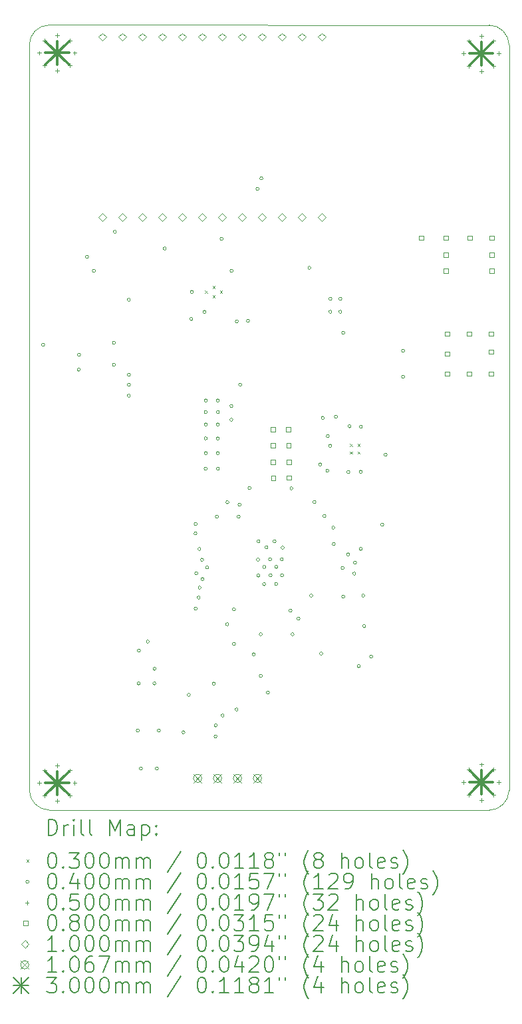
<source format=gbr>
%TF.GenerationSoftware,KiCad,Pcbnew,7.0.1*%
%TF.CreationDate,2024-03-15T23:25:39+01:00*%
%TF.ProjectId,NerdAxe_ultra,4e657264-4178-4655-9f75-6c7472612e6b,rev?*%
%TF.SameCoordinates,Original*%
%TF.FileFunction,Drillmap*%
%TF.FilePolarity,Positive*%
%FSLAX45Y45*%
G04 Gerber Fmt 4.5, Leading zero omitted, Abs format (unit mm)*
G04 Created by KiCad (PCBNEW 7.0.1) date 2024-03-15 23:25:39*
%MOMM*%
%LPD*%
G01*
G04 APERTURE LIST*
%ADD10C,0.100000*%
%ADD11C,0.200000*%
%ADD12C,0.030000*%
%ADD13C,0.040000*%
%ADD14C,0.050000*%
%ADD15C,0.080000*%
%ADD16C,0.106680*%
%ADD17C,0.300000*%
G04 APERTURE END LIST*
D10*
X7750000Y-4750000D02*
X13350000Y-4752200D01*
X13350000Y-14728400D02*
G75*
G03*
X13604000Y-14474400I0J254000D01*
G01*
X13604000Y-5006200D02*
G75*
G03*
X13350000Y-4752200I-254000J0D01*
G01*
X7750000Y-4750000D02*
G75*
G03*
X7496000Y-5004000I0J-254000D01*
G01*
X13350000Y-14728400D02*
X7750000Y-14726200D01*
X13604000Y-5006200D02*
X13604000Y-14474400D01*
X7496000Y-14472200D02*
G75*
G03*
X7750000Y-14726200I254000J0D01*
G01*
X7496000Y-14472200D02*
X7496000Y-5004000D01*
D11*
D12*
X9734629Y-8126120D02*
X9764629Y-8156120D01*
X9764629Y-8126120D02*
X9734629Y-8156120D01*
X9829629Y-8068620D02*
X9859629Y-8098620D01*
X9859629Y-8068620D02*
X9829629Y-8098620D01*
X9829629Y-8183620D02*
X9859629Y-8213620D01*
X9859629Y-8183620D02*
X9829629Y-8213620D01*
X9924629Y-8126120D02*
X9954629Y-8156120D01*
X9954629Y-8126120D02*
X9924629Y-8156120D01*
X11577200Y-10072620D02*
X11607200Y-10102620D01*
X11607200Y-10072620D02*
X11577200Y-10102620D01*
X11577200Y-10172620D02*
X11607200Y-10202620D01*
X11607200Y-10172620D02*
X11577200Y-10202620D01*
X11677200Y-10072620D02*
X11707200Y-10102620D01*
X11707200Y-10072620D02*
X11677200Y-10102620D01*
X11677200Y-10172620D02*
X11707200Y-10202620D01*
X11707200Y-10172620D02*
X11677200Y-10202620D01*
D13*
X7692420Y-8813800D02*
G75*
G03*
X7692420Y-8813800I-20000J0D01*
G01*
X8144037Y-9129823D02*
G75*
G03*
X8144037Y-9129823I-20000J0D01*
G01*
X8149620Y-8940800D02*
G75*
G03*
X8149620Y-8940800I-20000J0D01*
G01*
X8249600Y-7696200D02*
G75*
G03*
X8249600Y-7696200I-20000J0D01*
G01*
X8338500Y-7874000D02*
G75*
G03*
X8338500Y-7874000I-20000J0D01*
G01*
X8594120Y-8788400D02*
G75*
G03*
X8594120Y-8788400I-20000J0D01*
G01*
X8594120Y-9067800D02*
G75*
G03*
X8594120Y-9067800I-20000J0D01*
G01*
X8605200Y-7378700D02*
G75*
G03*
X8605200Y-7378700I-20000J0D01*
G01*
X8783000Y-8242300D02*
G75*
G03*
X8783000Y-8242300I-20000J0D01*
G01*
X8783000Y-9194800D02*
G75*
G03*
X8783000Y-9194800I-20000J0D01*
G01*
X8783000Y-9321800D02*
G75*
G03*
X8783000Y-9321800I-20000J0D01*
G01*
X8783000Y-9461500D02*
G75*
G03*
X8783000Y-9461500I-20000J0D01*
G01*
X8897300Y-13716000D02*
G75*
G03*
X8897300Y-13716000I-20000J0D01*
G01*
X8908300Y-13116800D02*
G75*
G03*
X8908300Y-13116800I-20000J0D01*
G01*
X8910000Y-12700000D02*
G75*
G03*
X8910000Y-12700000I-20000J0D01*
G01*
X8935400Y-14198600D02*
G75*
G03*
X8935400Y-14198600I-20000J0D01*
G01*
X9024300Y-12585700D02*
G75*
G03*
X9024300Y-12585700I-20000J0D01*
G01*
X9108100Y-13118200D02*
G75*
G03*
X9108100Y-13118200I-20000J0D01*
G01*
X9109700Y-12930900D02*
G75*
G03*
X9109700Y-12930900I-20000J0D01*
G01*
X9138600Y-14198600D02*
G75*
G03*
X9138600Y-14198600I-20000J0D01*
G01*
X9164000Y-13716000D02*
G75*
G03*
X9164000Y-13716000I-20000J0D01*
G01*
X9240000Y-7591120D02*
G75*
G03*
X9240000Y-7591120I-20000J0D01*
G01*
X9478000Y-13739000D02*
G75*
G03*
X9478000Y-13739000I-20000J0D01*
G01*
X9546000Y-13263000D02*
G75*
G03*
X9546000Y-13263000I-20000J0D01*
G01*
X9577760Y-8485700D02*
G75*
G03*
X9577760Y-8485700I-20000J0D01*
G01*
X9584520Y-8142040D02*
G75*
G03*
X9584520Y-8142040I-20000J0D01*
G01*
X9630900Y-11212400D02*
G75*
G03*
X9630900Y-11212400I-20000J0D01*
G01*
X9633000Y-11092000D02*
G75*
G03*
X9633000Y-11092000I-20000J0D01*
G01*
X9633900Y-12166600D02*
G75*
G03*
X9633900Y-12166600I-20000J0D01*
G01*
X9642000Y-11720000D02*
G75*
G03*
X9642000Y-11720000I-20000J0D01*
G01*
X9672000Y-12026900D02*
G75*
G03*
X9672000Y-12026900I-20000J0D01*
G01*
X9681000Y-11409000D02*
G75*
G03*
X9681000Y-11409000I-20000J0D01*
G01*
X9684700Y-11899900D02*
G75*
G03*
X9684700Y-11899900I-20000J0D01*
G01*
X9715000Y-11546000D02*
G75*
G03*
X9715000Y-11546000I-20000J0D01*
G01*
X9721000Y-11792000D02*
G75*
G03*
X9721000Y-11792000I-20000J0D01*
G01*
X9747760Y-8395700D02*
G75*
G03*
X9747760Y-8395700I-20000J0D01*
G01*
X9761940Y-9521980D02*
G75*
G03*
X9761940Y-9521980I-20000J0D01*
G01*
X9761940Y-9669980D02*
G75*
G03*
X9761940Y-9669980I-20000J0D01*
G01*
X9761940Y-9826840D02*
G75*
G03*
X9761940Y-9826840I-20000J0D01*
G01*
X9761940Y-10003980D02*
G75*
G03*
X9761940Y-10003980I-20000J0D01*
G01*
X9761940Y-10190980D02*
G75*
G03*
X9761940Y-10190980I-20000J0D01*
G01*
X9761940Y-10388980D02*
G75*
G03*
X9761940Y-10388980I-20000J0D01*
G01*
X9780000Y-11643000D02*
G75*
G03*
X9780000Y-11643000I-20000J0D01*
G01*
X9865000Y-13120000D02*
G75*
G03*
X9865000Y-13120000I-20000J0D01*
G01*
X9886200Y-13791410D02*
G75*
G03*
X9886200Y-13791410I-20000J0D01*
G01*
X9888200Y-13651600D02*
G75*
G03*
X9888200Y-13651600I-20000J0D01*
G01*
X9905000Y-10999120D02*
G75*
G03*
X9905000Y-10999120I-20000J0D01*
G01*
X9915940Y-9521980D02*
G75*
G03*
X9915940Y-9521980I-20000J0D01*
G01*
X9915940Y-9669980D02*
G75*
G03*
X9915940Y-9669980I-20000J0D01*
G01*
X9915940Y-9826840D02*
G75*
G03*
X9915940Y-9826840I-20000J0D01*
G01*
X9915940Y-10003980D02*
G75*
G03*
X9915940Y-10003980I-20000J0D01*
G01*
X9915940Y-10190980D02*
G75*
G03*
X9915940Y-10190980I-20000J0D01*
G01*
X9915940Y-10388980D02*
G75*
G03*
X9915940Y-10388980I-20000J0D01*
G01*
X9964100Y-7467600D02*
G75*
G03*
X9964100Y-7467600I-20000J0D01*
G01*
X9976800Y-13525500D02*
G75*
G03*
X9976800Y-13525500I-20000J0D01*
G01*
X10035500Y-12366100D02*
G75*
G03*
X10035500Y-12366100I-20000J0D01*
G01*
X10038000Y-10815120D02*
G75*
G03*
X10038000Y-10815120I-20000J0D01*
G01*
X10087940Y-9591120D02*
G75*
G03*
X10087940Y-9591120I-20000J0D01*
G01*
X10087940Y-9765980D02*
G75*
G03*
X10087940Y-9765980I-20000J0D01*
G01*
X10091460Y-7875900D02*
G75*
G03*
X10091460Y-7875900I-20000J0D01*
G01*
X10121500Y-12177500D02*
G75*
G03*
X10121500Y-12177500I-20000J0D01*
G01*
X10121500Y-12617000D02*
G75*
G03*
X10121500Y-12617000I-20000J0D01*
G01*
X10154600Y-13449300D02*
G75*
G03*
X10154600Y-13449300I-20000J0D01*
G01*
X10157760Y-8515700D02*
G75*
G03*
X10157760Y-8515700I-20000J0D01*
G01*
X10180000Y-10998200D02*
G75*
G03*
X10180000Y-10998200I-20000J0D01*
G01*
X10192700Y-10845800D02*
G75*
G03*
X10192700Y-10845800I-20000J0D01*
G01*
X10201000Y-9320120D02*
G75*
G03*
X10201000Y-9320120I-20000J0D01*
G01*
X10300000Y-8511120D02*
G75*
G03*
X10300000Y-8511120I-20000J0D01*
G01*
X10320000Y-10635120D02*
G75*
G03*
X10320000Y-10635120I-20000J0D01*
G01*
X10373000Y-12749000D02*
G75*
G03*
X10373000Y-12749000I-20000J0D01*
G01*
X10421300Y-6832600D02*
G75*
G03*
X10421300Y-6832600I-20000J0D01*
G01*
X10428200Y-11543600D02*
G75*
G03*
X10428200Y-11543600I-20000J0D01*
G01*
X10432600Y-11311000D02*
G75*
G03*
X10432600Y-11311000I-20000J0D01*
G01*
X10433200Y-11747200D02*
G75*
G03*
X10433200Y-11747200I-20000J0D01*
G01*
X10463000Y-13024000D02*
G75*
G03*
X10463000Y-13024000I-20000J0D01*
G01*
X10463100Y-12493900D02*
G75*
G03*
X10463100Y-12493900I-20000J0D01*
G01*
X10470000Y-6700000D02*
G75*
G03*
X10470000Y-6700000I-20000J0D01*
G01*
X10505500Y-11856300D02*
G75*
G03*
X10505500Y-11856300I-20000J0D01*
G01*
X10506700Y-11638100D02*
G75*
G03*
X10506700Y-11638100I-20000J0D01*
G01*
X10535200Y-11389000D02*
G75*
G03*
X10535200Y-11389000I-20000J0D01*
G01*
X10553000Y-13232000D02*
G75*
G03*
X10553000Y-13232000I-20000J0D01*
G01*
X10582300Y-11540600D02*
G75*
G03*
X10582300Y-11540600I-20000J0D01*
G01*
X10587300Y-11744200D02*
G75*
G03*
X10587300Y-11744200I-20000J0D01*
G01*
X10637800Y-11311000D02*
G75*
G03*
X10637800Y-11311000I-20000J0D01*
G01*
X10659600Y-11853300D02*
G75*
G03*
X10659600Y-11853300I-20000J0D01*
G01*
X10660800Y-11635100D02*
G75*
G03*
X10660800Y-11635100I-20000J0D01*
G01*
X10729400Y-11540600D02*
G75*
G03*
X10729400Y-11540600I-20000J0D01*
G01*
X10734400Y-11744200D02*
G75*
G03*
X10734400Y-11744200I-20000J0D01*
G01*
X10740400Y-11392000D02*
G75*
G03*
X10740400Y-11392000I-20000J0D01*
G01*
X10840400Y-12192000D02*
G75*
G03*
X10840400Y-12192000I-20000J0D01*
G01*
X10853000Y-10638120D02*
G75*
G03*
X10853000Y-10638120I-20000J0D01*
G01*
X10866800Y-12493900D02*
G75*
G03*
X10866800Y-12493900I-20000J0D01*
G01*
X10942000Y-12293600D02*
G75*
G03*
X10942000Y-12293600I-20000J0D01*
G01*
X11081700Y-7835900D02*
G75*
G03*
X11081700Y-7835900I-20000J0D01*
G01*
X11106200Y-12001500D02*
G75*
G03*
X11106200Y-12001500I-20000J0D01*
G01*
X11145000Y-10812120D02*
G75*
G03*
X11145000Y-10812120I-20000J0D01*
G01*
X11220000Y-10336120D02*
G75*
G03*
X11220000Y-10336120I-20000J0D01*
G01*
X11233000Y-12739000D02*
G75*
G03*
X11233000Y-12739000I-20000J0D01*
G01*
X11251800Y-9743620D02*
G75*
G03*
X11251800Y-9743620I-20000J0D01*
G01*
X11273000Y-10991120D02*
G75*
G03*
X11273000Y-10991120I-20000J0D01*
G01*
X11312250Y-10414820D02*
G75*
G03*
X11312250Y-10414820I-20000J0D01*
G01*
X11316200Y-9975620D02*
G75*
G03*
X11316200Y-9975620I-20000J0D01*
G01*
X11347260Y-10098050D02*
G75*
G03*
X11347260Y-10098050I-20000J0D01*
G01*
X11348400Y-8229600D02*
G75*
G03*
X11348400Y-8229600I-20000J0D01*
G01*
X11348400Y-8394700D02*
G75*
G03*
X11348400Y-8394700I-20000J0D01*
G01*
X11386500Y-11137900D02*
G75*
G03*
X11386500Y-11137900I-20000J0D01*
G01*
X11392778Y-11346233D02*
G75*
G03*
X11392778Y-11346233I-20000J0D01*
G01*
X11421000Y-9728720D02*
G75*
G03*
X11421000Y-9728720I-20000J0D01*
G01*
X11475400Y-8229600D02*
G75*
G03*
X11475400Y-8229600I-20000J0D01*
G01*
X11475400Y-8394700D02*
G75*
G03*
X11475400Y-8394700I-20000J0D01*
G01*
X11504400Y-11649590D02*
G75*
G03*
X11504400Y-11649590I-20000J0D01*
G01*
X11513500Y-8661400D02*
G75*
G03*
X11513500Y-8661400I-20000J0D01*
G01*
X11513500Y-12014200D02*
G75*
G03*
X11513500Y-12014200I-20000J0D01*
G01*
X11574000Y-11478000D02*
G75*
G03*
X11574000Y-11478000I-20000J0D01*
G01*
X11577370Y-10429920D02*
G75*
G03*
X11577370Y-10429920I-20000J0D01*
G01*
X11593736Y-9849685D02*
G75*
G03*
X11593736Y-9849685I-20000J0D01*
G01*
X11653200Y-11722100D02*
G75*
G03*
X11653200Y-11722100I-20000J0D01*
G01*
X11662800Y-11581700D02*
G75*
G03*
X11662800Y-11581700I-20000J0D01*
G01*
X11711000Y-12899000D02*
G75*
G03*
X11711000Y-12899000I-20000J0D01*
G01*
X11734887Y-11407113D02*
G75*
G03*
X11734887Y-11407113I-20000J0D01*
G01*
X11737200Y-9854520D02*
G75*
G03*
X11737200Y-9854520I-20000J0D01*
G01*
X11737200Y-10428420D02*
G75*
G03*
X11737200Y-10428420I-20000J0D01*
G01*
X11767500Y-12001500D02*
G75*
G03*
X11767500Y-12001500I-20000J0D01*
G01*
X11780200Y-12390300D02*
G75*
G03*
X11780200Y-12390300I-20000J0D01*
G01*
X11869000Y-12777000D02*
G75*
G03*
X11869000Y-12777000I-20000J0D01*
G01*
X12008800Y-11099800D02*
G75*
G03*
X12008800Y-11099800I-20000J0D01*
G01*
X12051000Y-10211120D02*
G75*
G03*
X12051000Y-10211120I-20000J0D01*
G01*
X12275500Y-8890000D02*
G75*
G03*
X12275500Y-8890000I-20000J0D01*
G01*
X12275500Y-9220200D02*
G75*
G03*
X12275500Y-9220200I-20000J0D01*
G01*
D14*
X7625000Y-5080400D02*
X7625000Y-5130400D01*
X7600000Y-5105400D02*
X7650000Y-5105400D01*
X7625000Y-14358099D02*
X7625000Y-14408099D01*
X7600000Y-14383099D02*
X7650000Y-14383099D01*
X7690901Y-4921301D02*
X7690901Y-4971301D01*
X7665901Y-4946301D02*
X7715901Y-4946301D01*
X7690901Y-5239499D02*
X7690901Y-5289499D01*
X7665901Y-5264499D02*
X7715901Y-5264499D01*
X7690901Y-14199000D02*
X7690901Y-14249000D01*
X7665901Y-14224000D02*
X7715901Y-14224000D01*
X7690901Y-14517198D02*
X7690901Y-14567198D01*
X7665901Y-14542198D02*
X7715901Y-14542198D01*
X7850000Y-4855400D02*
X7850000Y-4905400D01*
X7825000Y-4880400D02*
X7875000Y-4880400D01*
X7850000Y-5305400D02*
X7850000Y-5355400D01*
X7825000Y-5330400D02*
X7875000Y-5330400D01*
X7850000Y-14133099D02*
X7850000Y-14183099D01*
X7825000Y-14158099D02*
X7875000Y-14158099D01*
X7850000Y-14583099D02*
X7850000Y-14633099D01*
X7825000Y-14608099D02*
X7875000Y-14608099D01*
X8009099Y-4921301D02*
X8009099Y-4971301D01*
X7984099Y-4946301D02*
X8034099Y-4946301D01*
X8009099Y-5239499D02*
X8009099Y-5289499D01*
X7984099Y-5264499D02*
X8034099Y-5264499D01*
X8009099Y-14199000D02*
X8009099Y-14249000D01*
X7984099Y-14224000D02*
X8034099Y-14224000D01*
X8009099Y-14517198D02*
X8009099Y-14567198D01*
X7984099Y-14542198D02*
X8034099Y-14542198D01*
X8075000Y-5080400D02*
X8075000Y-5130400D01*
X8050000Y-5105400D02*
X8100000Y-5105400D01*
X8075000Y-14358099D02*
X8075000Y-14408099D01*
X8050000Y-14383099D02*
X8100000Y-14383099D01*
X13025000Y-5087099D02*
X13025000Y-5137099D01*
X13000000Y-5112099D02*
X13050000Y-5112099D01*
X13025000Y-14347800D02*
X13025000Y-14397800D01*
X13000000Y-14372800D02*
X13050000Y-14372800D01*
X13090901Y-4928000D02*
X13090901Y-4978000D01*
X13065901Y-4953000D02*
X13115901Y-4953000D01*
X13090901Y-5246198D02*
X13090901Y-5296198D01*
X13065901Y-5271198D02*
X13115901Y-5271198D01*
X13090901Y-14188701D02*
X13090901Y-14238701D01*
X13065901Y-14213701D02*
X13115901Y-14213701D01*
X13090901Y-14506899D02*
X13090901Y-14556899D01*
X13065901Y-14531899D02*
X13115901Y-14531899D01*
X13250000Y-4862099D02*
X13250000Y-4912099D01*
X13225000Y-4887099D02*
X13275000Y-4887099D01*
X13250000Y-5312099D02*
X13250000Y-5362099D01*
X13225000Y-5337099D02*
X13275000Y-5337099D01*
X13250000Y-14122800D02*
X13250000Y-14172800D01*
X13225000Y-14147800D02*
X13275000Y-14147800D01*
X13250000Y-14572800D02*
X13250000Y-14622800D01*
X13225000Y-14597800D02*
X13275000Y-14597800D01*
X13409099Y-4928000D02*
X13409099Y-4978000D01*
X13384099Y-4953000D02*
X13434099Y-4953000D01*
X13409099Y-5246198D02*
X13409099Y-5296198D01*
X13384099Y-5271198D02*
X13434099Y-5271198D01*
X13409099Y-14188701D02*
X13409099Y-14238701D01*
X13384099Y-14213701D02*
X13434099Y-14213701D01*
X13409099Y-14506899D02*
X13409099Y-14556899D01*
X13384099Y-14531899D02*
X13434099Y-14531899D01*
X13475000Y-5087099D02*
X13475000Y-5137099D01*
X13450000Y-5112099D02*
X13500000Y-5112099D01*
X13475000Y-14347800D02*
X13475000Y-14397800D01*
X13450000Y-14372800D02*
X13500000Y-14372800D01*
D15*
X10626225Y-9917265D02*
X10626225Y-9860696D01*
X10569656Y-9860696D01*
X10569656Y-9917265D01*
X10626225Y-9917265D01*
X10626225Y-10121265D02*
X10626225Y-10064696D01*
X10569656Y-10064696D01*
X10569656Y-10121265D01*
X10626225Y-10121265D01*
X10628225Y-10332265D02*
X10628225Y-10275696D01*
X10571656Y-10275696D01*
X10571656Y-10332265D01*
X10628225Y-10332265D01*
X10631225Y-10534265D02*
X10631225Y-10477696D01*
X10574656Y-10477696D01*
X10574656Y-10534265D01*
X10631225Y-10534265D01*
X10823225Y-9919265D02*
X10823225Y-9862696D01*
X10766656Y-9862696D01*
X10766656Y-9919265D01*
X10823225Y-9919265D01*
X10825225Y-10121265D02*
X10825225Y-10064696D01*
X10768656Y-10064696D01*
X10768656Y-10121265D01*
X10825225Y-10121265D01*
X10829225Y-10334265D02*
X10829225Y-10277696D01*
X10772656Y-10277696D01*
X10772656Y-10334265D01*
X10829225Y-10334265D01*
X10829225Y-10531265D02*
X10829225Y-10474696D01*
X10772656Y-10474696D01*
X10772656Y-10531265D01*
X10829225Y-10531265D01*
X12512384Y-7483184D02*
X12512384Y-7426615D01*
X12455815Y-7426615D01*
X12455815Y-7483184D01*
X12512384Y-7483184D01*
X12829884Y-7483184D02*
X12829884Y-7426615D01*
X12773315Y-7426615D01*
X12773315Y-7483184D01*
X12829884Y-7483184D01*
X12829884Y-7699084D02*
X12829884Y-7642515D01*
X12773315Y-7642515D01*
X12773315Y-7699084D01*
X12829884Y-7699084D01*
X12829884Y-7902284D02*
X12829884Y-7845715D01*
X12773315Y-7845715D01*
X12773315Y-7902284D01*
X12829884Y-7902284D01*
X12842584Y-8702385D02*
X12842584Y-8645816D01*
X12786015Y-8645816D01*
X12786015Y-8702385D01*
X12842584Y-8702385D01*
X12842584Y-8956385D02*
X12842584Y-8899816D01*
X12786015Y-8899816D01*
X12786015Y-8956385D01*
X12842584Y-8956385D01*
X12842584Y-9210385D02*
X12842584Y-9153816D01*
X12786015Y-9153816D01*
X12786015Y-9210385D01*
X12842584Y-9210385D01*
X13121984Y-8702385D02*
X13121984Y-8645816D01*
X13065415Y-8645816D01*
X13065415Y-8702385D01*
X13121984Y-8702385D01*
X13121984Y-9210385D02*
X13121984Y-9153816D01*
X13065415Y-9153816D01*
X13065415Y-9210385D01*
X13121984Y-9210385D01*
X13134684Y-7483184D02*
X13134684Y-7426615D01*
X13078115Y-7426615D01*
X13078115Y-7483184D01*
X13134684Y-7483184D01*
X13401384Y-8702385D02*
X13401384Y-8645816D01*
X13344815Y-8645816D01*
X13344815Y-8702385D01*
X13401384Y-8702385D01*
X13401384Y-8930985D02*
X13401384Y-8874416D01*
X13344815Y-8874416D01*
X13344815Y-8930985D01*
X13401384Y-8930985D01*
X13401384Y-9210385D02*
X13401384Y-9153816D01*
X13344815Y-9153816D01*
X13344815Y-9210385D01*
X13401384Y-9210385D01*
X13414084Y-7483184D02*
X13414084Y-7426615D01*
X13357515Y-7426615D01*
X13357515Y-7483184D01*
X13414084Y-7483184D01*
X13414084Y-7699084D02*
X13414084Y-7642515D01*
X13357515Y-7642515D01*
X13357515Y-7699084D01*
X13414084Y-7699084D01*
X13414084Y-7902284D02*
X13414084Y-7845715D01*
X13357515Y-7845715D01*
X13357515Y-7902284D01*
X13414084Y-7902284D01*
D10*
X8425000Y-4952200D02*
X8475000Y-4902200D01*
X8425000Y-4852200D01*
X8375000Y-4902200D01*
X8425000Y-4952200D01*
X8425000Y-7244200D02*
X8475000Y-7194200D01*
X8425000Y-7144200D01*
X8375000Y-7194200D01*
X8425000Y-7244200D01*
X8679000Y-4952200D02*
X8729000Y-4902200D01*
X8679000Y-4852200D01*
X8629000Y-4902200D01*
X8679000Y-4952200D01*
X8679000Y-7244200D02*
X8729000Y-7194200D01*
X8679000Y-7144200D01*
X8629000Y-7194200D01*
X8679000Y-7244200D01*
X8933000Y-4952200D02*
X8983000Y-4902200D01*
X8933000Y-4852200D01*
X8883000Y-4902200D01*
X8933000Y-4952200D01*
X8933000Y-7244200D02*
X8983000Y-7194200D01*
X8933000Y-7144200D01*
X8883000Y-7194200D01*
X8933000Y-7244200D01*
X9187000Y-4952200D02*
X9237000Y-4902200D01*
X9187000Y-4852200D01*
X9137000Y-4902200D01*
X9187000Y-4952200D01*
X9187000Y-7244200D02*
X9237000Y-7194200D01*
X9187000Y-7144200D01*
X9137000Y-7194200D01*
X9187000Y-7244200D01*
X9441000Y-4952200D02*
X9491000Y-4902200D01*
X9441000Y-4852200D01*
X9391000Y-4902200D01*
X9441000Y-4952200D01*
X9441000Y-7244200D02*
X9491000Y-7194200D01*
X9441000Y-7144200D01*
X9391000Y-7194200D01*
X9441000Y-7244200D01*
X9695000Y-4952200D02*
X9745000Y-4902200D01*
X9695000Y-4852200D01*
X9645000Y-4902200D01*
X9695000Y-4952200D01*
X9695000Y-7244200D02*
X9745000Y-7194200D01*
X9695000Y-7144200D01*
X9645000Y-7194200D01*
X9695000Y-7244200D01*
X9949000Y-4952200D02*
X9999000Y-4902200D01*
X9949000Y-4852200D01*
X9899000Y-4902200D01*
X9949000Y-4952200D01*
X9949000Y-7244200D02*
X9999000Y-7194200D01*
X9949000Y-7144200D01*
X9899000Y-7194200D01*
X9949000Y-7244200D01*
X10203000Y-4952200D02*
X10253000Y-4902200D01*
X10203000Y-4852200D01*
X10153000Y-4902200D01*
X10203000Y-4952200D01*
X10203000Y-7244200D02*
X10253000Y-7194200D01*
X10203000Y-7144200D01*
X10153000Y-7194200D01*
X10203000Y-7244200D01*
X10457000Y-4952200D02*
X10507000Y-4902200D01*
X10457000Y-4852200D01*
X10407000Y-4902200D01*
X10457000Y-4952200D01*
X10457000Y-7244200D02*
X10507000Y-7194200D01*
X10457000Y-7144200D01*
X10407000Y-7194200D01*
X10457000Y-7244200D01*
X10711000Y-4952200D02*
X10761000Y-4902200D01*
X10711000Y-4852200D01*
X10661000Y-4902200D01*
X10711000Y-4952200D01*
X10711000Y-7244200D02*
X10761000Y-7194200D01*
X10711000Y-7144200D01*
X10661000Y-7194200D01*
X10711000Y-7244200D01*
X10965000Y-4952200D02*
X11015000Y-4902200D01*
X10965000Y-4852200D01*
X10915000Y-4902200D01*
X10965000Y-4952200D01*
X10965000Y-7244200D02*
X11015000Y-7194200D01*
X10965000Y-7144200D01*
X10915000Y-7194200D01*
X10965000Y-7244200D01*
X11219000Y-4952200D02*
X11269000Y-4902200D01*
X11219000Y-4852200D01*
X11169000Y-4902200D01*
X11219000Y-4952200D01*
X11219000Y-7244200D02*
X11269000Y-7194200D01*
X11219000Y-7144200D01*
X11169000Y-7194200D01*
X11219000Y-7244200D01*
D16*
X9584900Y-14270745D02*
X9691580Y-14377425D01*
X9691580Y-14270745D02*
X9584900Y-14377425D01*
X9691580Y-14324085D02*
G75*
G03*
X9691580Y-14324085I-53340J0D01*
G01*
X9838900Y-14270745D02*
X9945580Y-14377425D01*
X9945580Y-14270745D02*
X9838900Y-14377425D01*
X9945580Y-14324085D02*
G75*
G03*
X9945580Y-14324085I-53340J0D01*
G01*
X10092900Y-14270745D02*
X10199580Y-14377425D01*
X10199580Y-14270745D02*
X10092900Y-14377425D01*
X10199580Y-14324085D02*
G75*
G03*
X10199580Y-14324085I-53340J0D01*
G01*
X10346900Y-14270745D02*
X10453580Y-14377425D01*
X10453580Y-14270745D02*
X10346900Y-14377425D01*
X10453580Y-14324085D02*
G75*
G03*
X10453580Y-14324085I-53340J0D01*
G01*
D17*
X7700000Y-4955400D02*
X8000000Y-5255400D01*
X8000000Y-4955400D02*
X7700000Y-5255400D01*
X7850000Y-4955400D02*
X7850000Y-5255400D01*
X7700000Y-5105400D02*
X8000000Y-5105400D01*
X7700000Y-14233099D02*
X8000000Y-14533099D01*
X8000000Y-14233099D02*
X7700000Y-14533099D01*
X7850000Y-14233099D02*
X7850000Y-14533099D01*
X7700000Y-14383099D02*
X8000000Y-14383099D01*
X13100000Y-4962099D02*
X13400000Y-5262099D01*
X13400000Y-4962099D02*
X13100000Y-5262099D01*
X13250000Y-4962099D02*
X13250000Y-5262099D01*
X13100000Y-5112099D02*
X13400000Y-5112099D01*
X13100000Y-14222800D02*
X13400000Y-14522800D01*
X13400000Y-14222800D02*
X13100000Y-14522800D01*
X13250000Y-14222800D02*
X13250000Y-14522800D01*
X13100000Y-14372800D02*
X13400000Y-14372800D01*
D11*
X7738619Y-15045924D02*
X7738619Y-14845924D01*
X7738619Y-14845924D02*
X7786238Y-14845924D01*
X7786238Y-14845924D02*
X7814809Y-14855448D01*
X7814809Y-14855448D02*
X7833857Y-14874495D01*
X7833857Y-14874495D02*
X7843381Y-14893543D01*
X7843381Y-14893543D02*
X7852905Y-14931638D01*
X7852905Y-14931638D02*
X7852905Y-14960209D01*
X7852905Y-14960209D02*
X7843381Y-14998305D01*
X7843381Y-14998305D02*
X7833857Y-15017352D01*
X7833857Y-15017352D02*
X7814809Y-15036400D01*
X7814809Y-15036400D02*
X7786238Y-15045924D01*
X7786238Y-15045924D02*
X7738619Y-15045924D01*
X7938619Y-15045924D02*
X7938619Y-14912590D01*
X7938619Y-14950686D02*
X7948143Y-14931638D01*
X7948143Y-14931638D02*
X7957667Y-14922114D01*
X7957667Y-14922114D02*
X7976714Y-14912590D01*
X7976714Y-14912590D02*
X7995762Y-14912590D01*
X8062428Y-15045924D02*
X8062428Y-14912590D01*
X8062428Y-14845924D02*
X8052905Y-14855448D01*
X8052905Y-14855448D02*
X8062428Y-14864971D01*
X8062428Y-14864971D02*
X8071952Y-14855448D01*
X8071952Y-14855448D02*
X8062428Y-14845924D01*
X8062428Y-14845924D02*
X8062428Y-14864971D01*
X8186238Y-15045924D02*
X8167190Y-15036400D01*
X8167190Y-15036400D02*
X8157667Y-15017352D01*
X8157667Y-15017352D02*
X8157667Y-14845924D01*
X8291000Y-15045924D02*
X8271952Y-15036400D01*
X8271952Y-15036400D02*
X8262428Y-15017352D01*
X8262428Y-15017352D02*
X8262428Y-14845924D01*
X8519571Y-15045924D02*
X8519571Y-14845924D01*
X8519571Y-14845924D02*
X8586238Y-14988781D01*
X8586238Y-14988781D02*
X8652905Y-14845924D01*
X8652905Y-14845924D02*
X8652905Y-15045924D01*
X8833857Y-15045924D02*
X8833857Y-14941162D01*
X8833857Y-14941162D02*
X8824333Y-14922114D01*
X8824333Y-14922114D02*
X8805286Y-14912590D01*
X8805286Y-14912590D02*
X8767190Y-14912590D01*
X8767190Y-14912590D02*
X8748143Y-14922114D01*
X8833857Y-15036400D02*
X8814810Y-15045924D01*
X8814810Y-15045924D02*
X8767190Y-15045924D01*
X8767190Y-15045924D02*
X8748143Y-15036400D01*
X8748143Y-15036400D02*
X8738619Y-15017352D01*
X8738619Y-15017352D02*
X8738619Y-14998305D01*
X8738619Y-14998305D02*
X8748143Y-14979257D01*
X8748143Y-14979257D02*
X8767190Y-14969733D01*
X8767190Y-14969733D02*
X8814810Y-14969733D01*
X8814810Y-14969733D02*
X8833857Y-14960209D01*
X8929095Y-14912590D02*
X8929095Y-15112590D01*
X8929095Y-14922114D02*
X8948143Y-14912590D01*
X8948143Y-14912590D02*
X8986238Y-14912590D01*
X8986238Y-14912590D02*
X9005286Y-14922114D01*
X9005286Y-14922114D02*
X9014810Y-14931638D01*
X9014810Y-14931638D02*
X9024333Y-14950686D01*
X9024333Y-14950686D02*
X9024333Y-15007828D01*
X9024333Y-15007828D02*
X9014810Y-15026876D01*
X9014810Y-15026876D02*
X9005286Y-15036400D01*
X9005286Y-15036400D02*
X8986238Y-15045924D01*
X8986238Y-15045924D02*
X8948143Y-15045924D01*
X8948143Y-15045924D02*
X8929095Y-15036400D01*
X9110048Y-15026876D02*
X9119571Y-15036400D01*
X9119571Y-15036400D02*
X9110048Y-15045924D01*
X9110048Y-15045924D02*
X9100524Y-15036400D01*
X9100524Y-15036400D02*
X9110048Y-15026876D01*
X9110048Y-15026876D02*
X9110048Y-15045924D01*
X9110048Y-14922114D02*
X9119571Y-14931638D01*
X9119571Y-14931638D02*
X9110048Y-14941162D01*
X9110048Y-14941162D02*
X9100524Y-14931638D01*
X9100524Y-14931638D02*
X9110048Y-14922114D01*
X9110048Y-14922114D02*
X9110048Y-14941162D01*
D12*
X7461000Y-15358400D02*
X7491000Y-15388400D01*
X7491000Y-15358400D02*
X7461000Y-15388400D01*
D11*
X7776714Y-15265924D02*
X7795762Y-15265924D01*
X7795762Y-15265924D02*
X7814809Y-15275448D01*
X7814809Y-15275448D02*
X7824333Y-15284971D01*
X7824333Y-15284971D02*
X7833857Y-15304019D01*
X7833857Y-15304019D02*
X7843381Y-15342114D01*
X7843381Y-15342114D02*
X7843381Y-15389733D01*
X7843381Y-15389733D02*
X7833857Y-15427828D01*
X7833857Y-15427828D02*
X7824333Y-15446876D01*
X7824333Y-15446876D02*
X7814809Y-15456400D01*
X7814809Y-15456400D02*
X7795762Y-15465924D01*
X7795762Y-15465924D02*
X7776714Y-15465924D01*
X7776714Y-15465924D02*
X7757667Y-15456400D01*
X7757667Y-15456400D02*
X7748143Y-15446876D01*
X7748143Y-15446876D02*
X7738619Y-15427828D01*
X7738619Y-15427828D02*
X7729095Y-15389733D01*
X7729095Y-15389733D02*
X7729095Y-15342114D01*
X7729095Y-15342114D02*
X7738619Y-15304019D01*
X7738619Y-15304019D02*
X7748143Y-15284971D01*
X7748143Y-15284971D02*
X7757667Y-15275448D01*
X7757667Y-15275448D02*
X7776714Y-15265924D01*
X7929095Y-15446876D02*
X7938619Y-15456400D01*
X7938619Y-15456400D02*
X7929095Y-15465924D01*
X7929095Y-15465924D02*
X7919571Y-15456400D01*
X7919571Y-15456400D02*
X7929095Y-15446876D01*
X7929095Y-15446876D02*
X7929095Y-15465924D01*
X8005286Y-15265924D02*
X8129095Y-15265924D01*
X8129095Y-15265924D02*
X8062428Y-15342114D01*
X8062428Y-15342114D02*
X8091000Y-15342114D01*
X8091000Y-15342114D02*
X8110048Y-15351638D01*
X8110048Y-15351638D02*
X8119571Y-15361162D01*
X8119571Y-15361162D02*
X8129095Y-15380209D01*
X8129095Y-15380209D02*
X8129095Y-15427828D01*
X8129095Y-15427828D02*
X8119571Y-15446876D01*
X8119571Y-15446876D02*
X8110048Y-15456400D01*
X8110048Y-15456400D02*
X8091000Y-15465924D01*
X8091000Y-15465924D02*
X8033857Y-15465924D01*
X8033857Y-15465924D02*
X8014809Y-15456400D01*
X8014809Y-15456400D02*
X8005286Y-15446876D01*
X8252905Y-15265924D02*
X8271952Y-15265924D01*
X8271952Y-15265924D02*
X8291000Y-15275448D01*
X8291000Y-15275448D02*
X8300524Y-15284971D01*
X8300524Y-15284971D02*
X8310048Y-15304019D01*
X8310048Y-15304019D02*
X8319571Y-15342114D01*
X8319571Y-15342114D02*
X8319571Y-15389733D01*
X8319571Y-15389733D02*
X8310048Y-15427828D01*
X8310048Y-15427828D02*
X8300524Y-15446876D01*
X8300524Y-15446876D02*
X8291000Y-15456400D01*
X8291000Y-15456400D02*
X8271952Y-15465924D01*
X8271952Y-15465924D02*
X8252905Y-15465924D01*
X8252905Y-15465924D02*
X8233857Y-15456400D01*
X8233857Y-15456400D02*
X8224333Y-15446876D01*
X8224333Y-15446876D02*
X8214809Y-15427828D01*
X8214809Y-15427828D02*
X8205286Y-15389733D01*
X8205286Y-15389733D02*
X8205286Y-15342114D01*
X8205286Y-15342114D02*
X8214809Y-15304019D01*
X8214809Y-15304019D02*
X8224333Y-15284971D01*
X8224333Y-15284971D02*
X8233857Y-15275448D01*
X8233857Y-15275448D02*
X8252905Y-15265924D01*
X8443381Y-15265924D02*
X8462429Y-15265924D01*
X8462429Y-15265924D02*
X8481476Y-15275448D01*
X8481476Y-15275448D02*
X8491000Y-15284971D01*
X8491000Y-15284971D02*
X8500524Y-15304019D01*
X8500524Y-15304019D02*
X8510048Y-15342114D01*
X8510048Y-15342114D02*
X8510048Y-15389733D01*
X8510048Y-15389733D02*
X8500524Y-15427828D01*
X8500524Y-15427828D02*
X8491000Y-15446876D01*
X8491000Y-15446876D02*
X8481476Y-15456400D01*
X8481476Y-15456400D02*
X8462429Y-15465924D01*
X8462429Y-15465924D02*
X8443381Y-15465924D01*
X8443381Y-15465924D02*
X8424333Y-15456400D01*
X8424333Y-15456400D02*
X8414810Y-15446876D01*
X8414810Y-15446876D02*
X8405286Y-15427828D01*
X8405286Y-15427828D02*
X8395762Y-15389733D01*
X8395762Y-15389733D02*
X8395762Y-15342114D01*
X8395762Y-15342114D02*
X8405286Y-15304019D01*
X8405286Y-15304019D02*
X8414810Y-15284971D01*
X8414810Y-15284971D02*
X8424333Y-15275448D01*
X8424333Y-15275448D02*
X8443381Y-15265924D01*
X8595762Y-15465924D02*
X8595762Y-15332590D01*
X8595762Y-15351638D02*
X8605286Y-15342114D01*
X8605286Y-15342114D02*
X8624333Y-15332590D01*
X8624333Y-15332590D02*
X8652905Y-15332590D01*
X8652905Y-15332590D02*
X8671952Y-15342114D01*
X8671952Y-15342114D02*
X8681476Y-15361162D01*
X8681476Y-15361162D02*
X8681476Y-15465924D01*
X8681476Y-15361162D02*
X8691000Y-15342114D01*
X8691000Y-15342114D02*
X8710048Y-15332590D01*
X8710048Y-15332590D02*
X8738619Y-15332590D01*
X8738619Y-15332590D02*
X8757667Y-15342114D01*
X8757667Y-15342114D02*
X8767191Y-15361162D01*
X8767191Y-15361162D02*
X8767191Y-15465924D01*
X8862429Y-15465924D02*
X8862429Y-15332590D01*
X8862429Y-15351638D02*
X8871952Y-15342114D01*
X8871952Y-15342114D02*
X8891000Y-15332590D01*
X8891000Y-15332590D02*
X8919572Y-15332590D01*
X8919572Y-15332590D02*
X8938619Y-15342114D01*
X8938619Y-15342114D02*
X8948143Y-15361162D01*
X8948143Y-15361162D02*
X8948143Y-15465924D01*
X8948143Y-15361162D02*
X8957667Y-15342114D01*
X8957667Y-15342114D02*
X8976714Y-15332590D01*
X8976714Y-15332590D02*
X9005286Y-15332590D01*
X9005286Y-15332590D02*
X9024333Y-15342114D01*
X9024333Y-15342114D02*
X9033857Y-15361162D01*
X9033857Y-15361162D02*
X9033857Y-15465924D01*
X9424333Y-15256400D02*
X9252905Y-15513543D01*
X9681476Y-15265924D02*
X9700524Y-15265924D01*
X9700524Y-15265924D02*
X9719572Y-15275448D01*
X9719572Y-15275448D02*
X9729095Y-15284971D01*
X9729095Y-15284971D02*
X9738619Y-15304019D01*
X9738619Y-15304019D02*
X9748143Y-15342114D01*
X9748143Y-15342114D02*
X9748143Y-15389733D01*
X9748143Y-15389733D02*
X9738619Y-15427828D01*
X9738619Y-15427828D02*
X9729095Y-15446876D01*
X9729095Y-15446876D02*
X9719572Y-15456400D01*
X9719572Y-15456400D02*
X9700524Y-15465924D01*
X9700524Y-15465924D02*
X9681476Y-15465924D01*
X9681476Y-15465924D02*
X9662429Y-15456400D01*
X9662429Y-15456400D02*
X9652905Y-15446876D01*
X9652905Y-15446876D02*
X9643381Y-15427828D01*
X9643381Y-15427828D02*
X9633857Y-15389733D01*
X9633857Y-15389733D02*
X9633857Y-15342114D01*
X9633857Y-15342114D02*
X9643381Y-15304019D01*
X9643381Y-15304019D02*
X9652905Y-15284971D01*
X9652905Y-15284971D02*
X9662429Y-15275448D01*
X9662429Y-15275448D02*
X9681476Y-15265924D01*
X9833857Y-15446876D02*
X9843381Y-15456400D01*
X9843381Y-15456400D02*
X9833857Y-15465924D01*
X9833857Y-15465924D02*
X9824334Y-15456400D01*
X9824334Y-15456400D02*
X9833857Y-15446876D01*
X9833857Y-15446876D02*
X9833857Y-15465924D01*
X9967191Y-15265924D02*
X9986238Y-15265924D01*
X9986238Y-15265924D02*
X10005286Y-15275448D01*
X10005286Y-15275448D02*
X10014810Y-15284971D01*
X10014810Y-15284971D02*
X10024334Y-15304019D01*
X10024334Y-15304019D02*
X10033857Y-15342114D01*
X10033857Y-15342114D02*
X10033857Y-15389733D01*
X10033857Y-15389733D02*
X10024334Y-15427828D01*
X10024334Y-15427828D02*
X10014810Y-15446876D01*
X10014810Y-15446876D02*
X10005286Y-15456400D01*
X10005286Y-15456400D02*
X9986238Y-15465924D01*
X9986238Y-15465924D02*
X9967191Y-15465924D01*
X9967191Y-15465924D02*
X9948143Y-15456400D01*
X9948143Y-15456400D02*
X9938619Y-15446876D01*
X9938619Y-15446876D02*
X9929095Y-15427828D01*
X9929095Y-15427828D02*
X9919572Y-15389733D01*
X9919572Y-15389733D02*
X9919572Y-15342114D01*
X9919572Y-15342114D02*
X9929095Y-15304019D01*
X9929095Y-15304019D02*
X9938619Y-15284971D01*
X9938619Y-15284971D02*
X9948143Y-15275448D01*
X9948143Y-15275448D02*
X9967191Y-15265924D01*
X10224334Y-15465924D02*
X10110048Y-15465924D01*
X10167191Y-15465924D02*
X10167191Y-15265924D01*
X10167191Y-15265924D02*
X10148143Y-15294495D01*
X10148143Y-15294495D02*
X10129095Y-15313543D01*
X10129095Y-15313543D02*
X10110048Y-15323067D01*
X10414810Y-15465924D02*
X10300524Y-15465924D01*
X10357667Y-15465924D02*
X10357667Y-15265924D01*
X10357667Y-15265924D02*
X10338619Y-15294495D01*
X10338619Y-15294495D02*
X10319572Y-15313543D01*
X10319572Y-15313543D02*
X10300524Y-15323067D01*
X10529095Y-15351638D02*
X10510048Y-15342114D01*
X10510048Y-15342114D02*
X10500524Y-15332590D01*
X10500524Y-15332590D02*
X10491000Y-15313543D01*
X10491000Y-15313543D02*
X10491000Y-15304019D01*
X10491000Y-15304019D02*
X10500524Y-15284971D01*
X10500524Y-15284971D02*
X10510048Y-15275448D01*
X10510048Y-15275448D02*
X10529095Y-15265924D01*
X10529095Y-15265924D02*
X10567191Y-15265924D01*
X10567191Y-15265924D02*
X10586238Y-15275448D01*
X10586238Y-15275448D02*
X10595762Y-15284971D01*
X10595762Y-15284971D02*
X10605286Y-15304019D01*
X10605286Y-15304019D02*
X10605286Y-15313543D01*
X10605286Y-15313543D02*
X10595762Y-15332590D01*
X10595762Y-15332590D02*
X10586238Y-15342114D01*
X10586238Y-15342114D02*
X10567191Y-15351638D01*
X10567191Y-15351638D02*
X10529095Y-15351638D01*
X10529095Y-15351638D02*
X10510048Y-15361162D01*
X10510048Y-15361162D02*
X10500524Y-15370686D01*
X10500524Y-15370686D02*
X10491000Y-15389733D01*
X10491000Y-15389733D02*
X10491000Y-15427828D01*
X10491000Y-15427828D02*
X10500524Y-15446876D01*
X10500524Y-15446876D02*
X10510048Y-15456400D01*
X10510048Y-15456400D02*
X10529095Y-15465924D01*
X10529095Y-15465924D02*
X10567191Y-15465924D01*
X10567191Y-15465924D02*
X10586238Y-15456400D01*
X10586238Y-15456400D02*
X10595762Y-15446876D01*
X10595762Y-15446876D02*
X10605286Y-15427828D01*
X10605286Y-15427828D02*
X10605286Y-15389733D01*
X10605286Y-15389733D02*
X10595762Y-15370686D01*
X10595762Y-15370686D02*
X10586238Y-15361162D01*
X10586238Y-15361162D02*
X10567191Y-15351638D01*
X10681476Y-15265924D02*
X10681476Y-15304019D01*
X10757667Y-15265924D02*
X10757667Y-15304019D01*
X11052905Y-15542114D02*
X11043381Y-15532590D01*
X11043381Y-15532590D02*
X11024334Y-15504019D01*
X11024334Y-15504019D02*
X11014810Y-15484971D01*
X11014810Y-15484971D02*
X11005286Y-15456400D01*
X11005286Y-15456400D02*
X10995762Y-15408781D01*
X10995762Y-15408781D02*
X10995762Y-15370686D01*
X10995762Y-15370686D02*
X11005286Y-15323067D01*
X11005286Y-15323067D02*
X11014810Y-15294495D01*
X11014810Y-15294495D02*
X11024334Y-15275448D01*
X11024334Y-15275448D02*
X11043381Y-15246876D01*
X11043381Y-15246876D02*
X11052905Y-15237352D01*
X11157667Y-15351638D02*
X11138619Y-15342114D01*
X11138619Y-15342114D02*
X11129096Y-15332590D01*
X11129096Y-15332590D02*
X11119572Y-15313543D01*
X11119572Y-15313543D02*
X11119572Y-15304019D01*
X11119572Y-15304019D02*
X11129096Y-15284971D01*
X11129096Y-15284971D02*
X11138619Y-15275448D01*
X11138619Y-15275448D02*
X11157667Y-15265924D01*
X11157667Y-15265924D02*
X11195762Y-15265924D01*
X11195762Y-15265924D02*
X11214810Y-15275448D01*
X11214810Y-15275448D02*
X11224334Y-15284971D01*
X11224334Y-15284971D02*
X11233857Y-15304019D01*
X11233857Y-15304019D02*
X11233857Y-15313543D01*
X11233857Y-15313543D02*
X11224334Y-15332590D01*
X11224334Y-15332590D02*
X11214810Y-15342114D01*
X11214810Y-15342114D02*
X11195762Y-15351638D01*
X11195762Y-15351638D02*
X11157667Y-15351638D01*
X11157667Y-15351638D02*
X11138619Y-15361162D01*
X11138619Y-15361162D02*
X11129096Y-15370686D01*
X11129096Y-15370686D02*
X11119572Y-15389733D01*
X11119572Y-15389733D02*
X11119572Y-15427828D01*
X11119572Y-15427828D02*
X11129096Y-15446876D01*
X11129096Y-15446876D02*
X11138619Y-15456400D01*
X11138619Y-15456400D02*
X11157667Y-15465924D01*
X11157667Y-15465924D02*
X11195762Y-15465924D01*
X11195762Y-15465924D02*
X11214810Y-15456400D01*
X11214810Y-15456400D02*
X11224334Y-15446876D01*
X11224334Y-15446876D02*
X11233857Y-15427828D01*
X11233857Y-15427828D02*
X11233857Y-15389733D01*
X11233857Y-15389733D02*
X11224334Y-15370686D01*
X11224334Y-15370686D02*
X11214810Y-15361162D01*
X11214810Y-15361162D02*
X11195762Y-15351638D01*
X11471953Y-15465924D02*
X11471953Y-15265924D01*
X11557667Y-15465924D02*
X11557667Y-15361162D01*
X11557667Y-15361162D02*
X11548143Y-15342114D01*
X11548143Y-15342114D02*
X11529096Y-15332590D01*
X11529096Y-15332590D02*
X11500524Y-15332590D01*
X11500524Y-15332590D02*
X11481476Y-15342114D01*
X11481476Y-15342114D02*
X11471953Y-15351638D01*
X11681476Y-15465924D02*
X11662429Y-15456400D01*
X11662429Y-15456400D02*
X11652905Y-15446876D01*
X11652905Y-15446876D02*
X11643381Y-15427828D01*
X11643381Y-15427828D02*
X11643381Y-15370686D01*
X11643381Y-15370686D02*
X11652905Y-15351638D01*
X11652905Y-15351638D02*
X11662429Y-15342114D01*
X11662429Y-15342114D02*
X11681476Y-15332590D01*
X11681476Y-15332590D02*
X11710048Y-15332590D01*
X11710048Y-15332590D02*
X11729096Y-15342114D01*
X11729096Y-15342114D02*
X11738619Y-15351638D01*
X11738619Y-15351638D02*
X11748143Y-15370686D01*
X11748143Y-15370686D02*
X11748143Y-15427828D01*
X11748143Y-15427828D02*
X11738619Y-15446876D01*
X11738619Y-15446876D02*
X11729096Y-15456400D01*
X11729096Y-15456400D02*
X11710048Y-15465924D01*
X11710048Y-15465924D02*
X11681476Y-15465924D01*
X11862429Y-15465924D02*
X11843381Y-15456400D01*
X11843381Y-15456400D02*
X11833857Y-15437352D01*
X11833857Y-15437352D02*
X11833857Y-15265924D01*
X12014810Y-15456400D02*
X11995762Y-15465924D01*
X11995762Y-15465924D02*
X11957667Y-15465924D01*
X11957667Y-15465924D02*
X11938619Y-15456400D01*
X11938619Y-15456400D02*
X11929096Y-15437352D01*
X11929096Y-15437352D02*
X11929096Y-15361162D01*
X11929096Y-15361162D02*
X11938619Y-15342114D01*
X11938619Y-15342114D02*
X11957667Y-15332590D01*
X11957667Y-15332590D02*
X11995762Y-15332590D01*
X11995762Y-15332590D02*
X12014810Y-15342114D01*
X12014810Y-15342114D02*
X12024334Y-15361162D01*
X12024334Y-15361162D02*
X12024334Y-15380209D01*
X12024334Y-15380209D02*
X11929096Y-15399257D01*
X12100524Y-15456400D02*
X12119572Y-15465924D01*
X12119572Y-15465924D02*
X12157667Y-15465924D01*
X12157667Y-15465924D02*
X12176715Y-15456400D01*
X12176715Y-15456400D02*
X12186238Y-15437352D01*
X12186238Y-15437352D02*
X12186238Y-15427828D01*
X12186238Y-15427828D02*
X12176715Y-15408781D01*
X12176715Y-15408781D02*
X12157667Y-15399257D01*
X12157667Y-15399257D02*
X12129096Y-15399257D01*
X12129096Y-15399257D02*
X12110048Y-15389733D01*
X12110048Y-15389733D02*
X12100524Y-15370686D01*
X12100524Y-15370686D02*
X12100524Y-15361162D01*
X12100524Y-15361162D02*
X12110048Y-15342114D01*
X12110048Y-15342114D02*
X12129096Y-15332590D01*
X12129096Y-15332590D02*
X12157667Y-15332590D01*
X12157667Y-15332590D02*
X12176715Y-15342114D01*
X12252905Y-15542114D02*
X12262429Y-15532590D01*
X12262429Y-15532590D02*
X12281477Y-15504019D01*
X12281477Y-15504019D02*
X12291000Y-15484971D01*
X12291000Y-15484971D02*
X12300524Y-15456400D01*
X12300524Y-15456400D02*
X12310048Y-15408781D01*
X12310048Y-15408781D02*
X12310048Y-15370686D01*
X12310048Y-15370686D02*
X12300524Y-15323067D01*
X12300524Y-15323067D02*
X12291000Y-15294495D01*
X12291000Y-15294495D02*
X12281477Y-15275448D01*
X12281477Y-15275448D02*
X12262429Y-15246876D01*
X12262429Y-15246876D02*
X12252905Y-15237352D01*
D13*
X7491000Y-15637400D02*
G75*
G03*
X7491000Y-15637400I-20000J0D01*
G01*
D11*
X7776714Y-15529924D02*
X7795762Y-15529924D01*
X7795762Y-15529924D02*
X7814809Y-15539448D01*
X7814809Y-15539448D02*
X7824333Y-15548971D01*
X7824333Y-15548971D02*
X7833857Y-15568019D01*
X7833857Y-15568019D02*
X7843381Y-15606114D01*
X7843381Y-15606114D02*
X7843381Y-15653733D01*
X7843381Y-15653733D02*
X7833857Y-15691828D01*
X7833857Y-15691828D02*
X7824333Y-15710876D01*
X7824333Y-15710876D02*
X7814809Y-15720400D01*
X7814809Y-15720400D02*
X7795762Y-15729924D01*
X7795762Y-15729924D02*
X7776714Y-15729924D01*
X7776714Y-15729924D02*
X7757667Y-15720400D01*
X7757667Y-15720400D02*
X7748143Y-15710876D01*
X7748143Y-15710876D02*
X7738619Y-15691828D01*
X7738619Y-15691828D02*
X7729095Y-15653733D01*
X7729095Y-15653733D02*
X7729095Y-15606114D01*
X7729095Y-15606114D02*
X7738619Y-15568019D01*
X7738619Y-15568019D02*
X7748143Y-15548971D01*
X7748143Y-15548971D02*
X7757667Y-15539448D01*
X7757667Y-15539448D02*
X7776714Y-15529924D01*
X7929095Y-15710876D02*
X7938619Y-15720400D01*
X7938619Y-15720400D02*
X7929095Y-15729924D01*
X7929095Y-15729924D02*
X7919571Y-15720400D01*
X7919571Y-15720400D02*
X7929095Y-15710876D01*
X7929095Y-15710876D02*
X7929095Y-15729924D01*
X8110048Y-15596590D02*
X8110048Y-15729924D01*
X8062428Y-15520400D02*
X8014809Y-15663257D01*
X8014809Y-15663257D02*
X8138619Y-15663257D01*
X8252905Y-15529924D02*
X8271952Y-15529924D01*
X8271952Y-15529924D02*
X8291000Y-15539448D01*
X8291000Y-15539448D02*
X8300524Y-15548971D01*
X8300524Y-15548971D02*
X8310048Y-15568019D01*
X8310048Y-15568019D02*
X8319571Y-15606114D01*
X8319571Y-15606114D02*
X8319571Y-15653733D01*
X8319571Y-15653733D02*
X8310048Y-15691828D01*
X8310048Y-15691828D02*
X8300524Y-15710876D01*
X8300524Y-15710876D02*
X8291000Y-15720400D01*
X8291000Y-15720400D02*
X8271952Y-15729924D01*
X8271952Y-15729924D02*
X8252905Y-15729924D01*
X8252905Y-15729924D02*
X8233857Y-15720400D01*
X8233857Y-15720400D02*
X8224333Y-15710876D01*
X8224333Y-15710876D02*
X8214809Y-15691828D01*
X8214809Y-15691828D02*
X8205286Y-15653733D01*
X8205286Y-15653733D02*
X8205286Y-15606114D01*
X8205286Y-15606114D02*
X8214809Y-15568019D01*
X8214809Y-15568019D02*
X8224333Y-15548971D01*
X8224333Y-15548971D02*
X8233857Y-15539448D01*
X8233857Y-15539448D02*
X8252905Y-15529924D01*
X8443381Y-15529924D02*
X8462429Y-15529924D01*
X8462429Y-15529924D02*
X8481476Y-15539448D01*
X8481476Y-15539448D02*
X8491000Y-15548971D01*
X8491000Y-15548971D02*
X8500524Y-15568019D01*
X8500524Y-15568019D02*
X8510048Y-15606114D01*
X8510048Y-15606114D02*
X8510048Y-15653733D01*
X8510048Y-15653733D02*
X8500524Y-15691828D01*
X8500524Y-15691828D02*
X8491000Y-15710876D01*
X8491000Y-15710876D02*
X8481476Y-15720400D01*
X8481476Y-15720400D02*
X8462429Y-15729924D01*
X8462429Y-15729924D02*
X8443381Y-15729924D01*
X8443381Y-15729924D02*
X8424333Y-15720400D01*
X8424333Y-15720400D02*
X8414810Y-15710876D01*
X8414810Y-15710876D02*
X8405286Y-15691828D01*
X8405286Y-15691828D02*
X8395762Y-15653733D01*
X8395762Y-15653733D02*
X8395762Y-15606114D01*
X8395762Y-15606114D02*
X8405286Y-15568019D01*
X8405286Y-15568019D02*
X8414810Y-15548971D01*
X8414810Y-15548971D02*
X8424333Y-15539448D01*
X8424333Y-15539448D02*
X8443381Y-15529924D01*
X8595762Y-15729924D02*
X8595762Y-15596590D01*
X8595762Y-15615638D02*
X8605286Y-15606114D01*
X8605286Y-15606114D02*
X8624333Y-15596590D01*
X8624333Y-15596590D02*
X8652905Y-15596590D01*
X8652905Y-15596590D02*
X8671952Y-15606114D01*
X8671952Y-15606114D02*
X8681476Y-15625162D01*
X8681476Y-15625162D02*
X8681476Y-15729924D01*
X8681476Y-15625162D02*
X8691000Y-15606114D01*
X8691000Y-15606114D02*
X8710048Y-15596590D01*
X8710048Y-15596590D02*
X8738619Y-15596590D01*
X8738619Y-15596590D02*
X8757667Y-15606114D01*
X8757667Y-15606114D02*
X8767191Y-15625162D01*
X8767191Y-15625162D02*
X8767191Y-15729924D01*
X8862429Y-15729924D02*
X8862429Y-15596590D01*
X8862429Y-15615638D02*
X8871952Y-15606114D01*
X8871952Y-15606114D02*
X8891000Y-15596590D01*
X8891000Y-15596590D02*
X8919572Y-15596590D01*
X8919572Y-15596590D02*
X8938619Y-15606114D01*
X8938619Y-15606114D02*
X8948143Y-15625162D01*
X8948143Y-15625162D02*
X8948143Y-15729924D01*
X8948143Y-15625162D02*
X8957667Y-15606114D01*
X8957667Y-15606114D02*
X8976714Y-15596590D01*
X8976714Y-15596590D02*
X9005286Y-15596590D01*
X9005286Y-15596590D02*
X9024333Y-15606114D01*
X9024333Y-15606114D02*
X9033857Y-15625162D01*
X9033857Y-15625162D02*
X9033857Y-15729924D01*
X9424333Y-15520400D02*
X9252905Y-15777543D01*
X9681476Y-15529924D02*
X9700524Y-15529924D01*
X9700524Y-15529924D02*
X9719572Y-15539448D01*
X9719572Y-15539448D02*
X9729095Y-15548971D01*
X9729095Y-15548971D02*
X9738619Y-15568019D01*
X9738619Y-15568019D02*
X9748143Y-15606114D01*
X9748143Y-15606114D02*
X9748143Y-15653733D01*
X9748143Y-15653733D02*
X9738619Y-15691828D01*
X9738619Y-15691828D02*
X9729095Y-15710876D01*
X9729095Y-15710876D02*
X9719572Y-15720400D01*
X9719572Y-15720400D02*
X9700524Y-15729924D01*
X9700524Y-15729924D02*
X9681476Y-15729924D01*
X9681476Y-15729924D02*
X9662429Y-15720400D01*
X9662429Y-15720400D02*
X9652905Y-15710876D01*
X9652905Y-15710876D02*
X9643381Y-15691828D01*
X9643381Y-15691828D02*
X9633857Y-15653733D01*
X9633857Y-15653733D02*
X9633857Y-15606114D01*
X9633857Y-15606114D02*
X9643381Y-15568019D01*
X9643381Y-15568019D02*
X9652905Y-15548971D01*
X9652905Y-15548971D02*
X9662429Y-15539448D01*
X9662429Y-15539448D02*
X9681476Y-15529924D01*
X9833857Y-15710876D02*
X9843381Y-15720400D01*
X9843381Y-15720400D02*
X9833857Y-15729924D01*
X9833857Y-15729924D02*
X9824334Y-15720400D01*
X9824334Y-15720400D02*
X9833857Y-15710876D01*
X9833857Y-15710876D02*
X9833857Y-15729924D01*
X9967191Y-15529924D02*
X9986238Y-15529924D01*
X9986238Y-15529924D02*
X10005286Y-15539448D01*
X10005286Y-15539448D02*
X10014810Y-15548971D01*
X10014810Y-15548971D02*
X10024334Y-15568019D01*
X10024334Y-15568019D02*
X10033857Y-15606114D01*
X10033857Y-15606114D02*
X10033857Y-15653733D01*
X10033857Y-15653733D02*
X10024334Y-15691828D01*
X10024334Y-15691828D02*
X10014810Y-15710876D01*
X10014810Y-15710876D02*
X10005286Y-15720400D01*
X10005286Y-15720400D02*
X9986238Y-15729924D01*
X9986238Y-15729924D02*
X9967191Y-15729924D01*
X9967191Y-15729924D02*
X9948143Y-15720400D01*
X9948143Y-15720400D02*
X9938619Y-15710876D01*
X9938619Y-15710876D02*
X9929095Y-15691828D01*
X9929095Y-15691828D02*
X9919572Y-15653733D01*
X9919572Y-15653733D02*
X9919572Y-15606114D01*
X9919572Y-15606114D02*
X9929095Y-15568019D01*
X9929095Y-15568019D02*
X9938619Y-15548971D01*
X9938619Y-15548971D02*
X9948143Y-15539448D01*
X9948143Y-15539448D02*
X9967191Y-15529924D01*
X10224334Y-15729924D02*
X10110048Y-15729924D01*
X10167191Y-15729924D02*
X10167191Y-15529924D01*
X10167191Y-15529924D02*
X10148143Y-15558495D01*
X10148143Y-15558495D02*
X10129095Y-15577543D01*
X10129095Y-15577543D02*
X10110048Y-15587067D01*
X10405286Y-15529924D02*
X10310048Y-15529924D01*
X10310048Y-15529924D02*
X10300524Y-15625162D01*
X10300524Y-15625162D02*
X10310048Y-15615638D01*
X10310048Y-15615638D02*
X10329095Y-15606114D01*
X10329095Y-15606114D02*
X10376715Y-15606114D01*
X10376715Y-15606114D02*
X10395762Y-15615638D01*
X10395762Y-15615638D02*
X10405286Y-15625162D01*
X10405286Y-15625162D02*
X10414810Y-15644209D01*
X10414810Y-15644209D02*
X10414810Y-15691828D01*
X10414810Y-15691828D02*
X10405286Y-15710876D01*
X10405286Y-15710876D02*
X10395762Y-15720400D01*
X10395762Y-15720400D02*
X10376715Y-15729924D01*
X10376715Y-15729924D02*
X10329095Y-15729924D01*
X10329095Y-15729924D02*
X10310048Y-15720400D01*
X10310048Y-15720400D02*
X10300524Y-15710876D01*
X10481476Y-15529924D02*
X10614810Y-15529924D01*
X10614810Y-15529924D02*
X10529095Y-15729924D01*
X10681476Y-15529924D02*
X10681476Y-15568019D01*
X10757667Y-15529924D02*
X10757667Y-15568019D01*
X11052905Y-15806114D02*
X11043381Y-15796590D01*
X11043381Y-15796590D02*
X11024334Y-15768019D01*
X11024334Y-15768019D02*
X11014810Y-15748971D01*
X11014810Y-15748971D02*
X11005286Y-15720400D01*
X11005286Y-15720400D02*
X10995762Y-15672781D01*
X10995762Y-15672781D02*
X10995762Y-15634686D01*
X10995762Y-15634686D02*
X11005286Y-15587067D01*
X11005286Y-15587067D02*
X11014810Y-15558495D01*
X11014810Y-15558495D02*
X11024334Y-15539448D01*
X11024334Y-15539448D02*
X11043381Y-15510876D01*
X11043381Y-15510876D02*
X11052905Y-15501352D01*
X11233857Y-15729924D02*
X11119572Y-15729924D01*
X11176715Y-15729924D02*
X11176715Y-15529924D01*
X11176715Y-15529924D02*
X11157667Y-15558495D01*
X11157667Y-15558495D02*
X11138619Y-15577543D01*
X11138619Y-15577543D02*
X11119572Y-15587067D01*
X11310048Y-15548971D02*
X11319572Y-15539448D01*
X11319572Y-15539448D02*
X11338619Y-15529924D01*
X11338619Y-15529924D02*
X11386238Y-15529924D01*
X11386238Y-15529924D02*
X11405286Y-15539448D01*
X11405286Y-15539448D02*
X11414810Y-15548971D01*
X11414810Y-15548971D02*
X11424334Y-15568019D01*
X11424334Y-15568019D02*
X11424334Y-15587067D01*
X11424334Y-15587067D02*
X11414810Y-15615638D01*
X11414810Y-15615638D02*
X11300524Y-15729924D01*
X11300524Y-15729924D02*
X11424334Y-15729924D01*
X11519572Y-15729924D02*
X11557667Y-15729924D01*
X11557667Y-15729924D02*
X11576715Y-15720400D01*
X11576715Y-15720400D02*
X11586238Y-15710876D01*
X11586238Y-15710876D02*
X11605286Y-15682305D01*
X11605286Y-15682305D02*
X11614810Y-15644209D01*
X11614810Y-15644209D02*
X11614810Y-15568019D01*
X11614810Y-15568019D02*
X11605286Y-15548971D01*
X11605286Y-15548971D02*
X11595762Y-15539448D01*
X11595762Y-15539448D02*
X11576715Y-15529924D01*
X11576715Y-15529924D02*
X11538619Y-15529924D01*
X11538619Y-15529924D02*
X11519572Y-15539448D01*
X11519572Y-15539448D02*
X11510048Y-15548971D01*
X11510048Y-15548971D02*
X11500524Y-15568019D01*
X11500524Y-15568019D02*
X11500524Y-15615638D01*
X11500524Y-15615638D02*
X11510048Y-15634686D01*
X11510048Y-15634686D02*
X11519572Y-15644209D01*
X11519572Y-15644209D02*
X11538619Y-15653733D01*
X11538619Y-15653733D02*
X11576715Y-15653733D01*
X11576715Y-15653733D02*
X11595762Y-15644209D01*
X11595762Y-15644209D02*
X11605286Y-15634686D01*
X11605286Y-15634686D02*
X11614810Y-15615638D01*
X11852905Y-15729924D02*
X11852905Y-15529924D01*
X11938619Y-15729924D02*
X11938619Y-15625162D01*
X11938619Y-15625162D02*
X11929096Y-15606114D01*
X11929096Y-15606114D02*
X11910048Y-15596590D01*
X11910048Y-15596590D02*
X11881476Y-15596590D01*
X11881476Y-15596590D02*
X11862429Y-15606114D01*
X11862429Y-15606114D02*
X11852905Y-15615638D01*
X12062429Y-15729924D02*
X12043381Y-15720400D01*
X12043381Y-15720400D02*
X12033857Y-15710876D01*
X12033857Y-15710876D02*
X12024334Y-15691828D01*
X12024334Y-15691828D02*
X12024334Y-15634686D01*
X12024334Y-15634686D02*
X12033857Y-15615638D01*
X12033857Y-15615638D02*
X12043381Y-15606114D01*
X12043381Y-15606114D02*
X12062429Y-15596590D01*
X12062429Y-15596590D02*
X12091000Y-15596590D01*
X12091000Y-15596590D02*
X12110048Y-15606114D01*
X12110048Y-15606114D02*
X12119572Y-15615638D01*
X12119572Y-15615638D02*
X12129096Y-15634686D01*
X12129096Y-15634686D02*
X12129096Y-15691828D01*
X12129096Y-15691828D02*
X12119572Y-15710876D01*
X12119572Y-15710876D02*
X12110048Y-15720400D01*
X12110048Y-15720400D02*
X12091000Y-15729924D01*
X12091000Y-15729924D02*
X12062429Y-15729924D01*
X12243381Y-15729924D02*
X12224334Y-15720400D01*
X12224334Y-15720400D02*
X12214810Y-15701352D01*
X12214810Y-15701352D02*
X12214810Y-15529924D01*
X12395762Y-15720400D02*
X12376715Y-15729924D01*
X12376715Y-15729924D02*
X12338619Y-15729924D01*
X12338619Y-15729924D02*
X12319572Y-15720400D01*
X12319572Y-15720400D02*
X12310048Y-15701352D01*
X12310048Y-15701352D02*
X12310048Y-15625162D01*
X12310048Y-15625162D02*
X12319572Y-15606114D01*
X12319572Y-15606114D02*
X12338619Y-15596590D01*
X12338619Y-15596590D02*
X12376715Y-15596590D01*
X12376715Y-15596590D02*
X12395762Y-15606114D01*
X12395762Y-15606114D02*
X12405286Y-15625162D01*
X12405286Y-15625162D02*
X12405286Y-15644209D01*
X12405286Y-15644209D02*
X12310048Y-15663257D01*
X12481477Y-15720400D02*
X12500524Y-15729924D01*
X12500524Y-15729924D02*
X12538619Y-15729924D01*
X12538619Y-15729924D02*
X12557667Y-15720400D01*
X12557667Y-15720400D02*
X12567191Y-15701352D01*
X12567191Y-15701352D02*
X12567191Y-15691828D01*
X12567191Y-15691828D02*
X12557667Y-15672781D01*
X12557667Y-15672781D02*
X12538619Y-15663257D01*
X12538619Y-15663257D02*
X12510048Y-15663257D01*
X12510048Y-15663257D02*
X12491000Y-15653733D01*
X12491000Y-15653733D02*
X12481477Y-15634686D01*
X12481477Y-15634686D02*
X12481477Y-15625162D01*
X12481477Y-15625162D02*
X12491000Y-15606114D01*
X12491000Y-15606114D02*
X12510048Y-15596590D01*
X12510048Y-15596590D02*
X12538619Y-15596590D01*
X12538619Y-15596590D02*
X12557667Y-15606114D01*
X12633858Y-15806114D02*
X12643381Y-15796590D01*
X12643381Y-15796590D02*
X12662429Y-15768019D01*
X12662429Y-15768019D02*
X12671953Y-15748971D01*
X12671953Y-15748971D02*
X12681477Y-15720400D01*
X12681477Y-15720400D02*
X12691000Y-15672781D01*
X12691000Y-15672781D02*
X12691000Y-15634686D01*
X12691000Y-15634686D02*
X12681477Y-15587067D01*
X12681477Y-15587067D02*
X12671953Y-15558495D01*
X12671953Y-15558495D02*
X12662429Y-15539448D01*
X12662429Y-15539448D02*
X12643381Y-15510876D01*
X12643381Y-15510876D02*
X12633858Y-15501352D01*
D14*
X7466000Y-15876400D02*
X7466000Y-15926400D01*
X7441000Y-15901400D02*
X7491000Y-15901400D01*
D11*
X7776714Y-15793924D02*
X7795762Y-15793924D01*
X7795762Y-15793924D02*
X7814809Y-15803448D01*
X7814809Y-15803448D02*
X7824333Y-15812971D01*
X7824333Y-15812971D02*
X7833857Y-15832019D01*
X7833857Y-15832019D02*
X7843381Y-15870114D01*
X7843381Y-15870114D02*
X7843381Y-15917733D01*
X7843381Y-15917733D02*
X7833857Y-15955828D01*
X7833857Y-15955828D02*
X7824333Y-15974876D01*
X7824333Y-15974876D02*
X7814809Y-15984400D01*
X7814809Y-15984400D02*
X7795762Y-15993924D01*
X7795762Y-15993924D02*
X7776714Y-15993924D01*
X7776714Y-15993924D02*
X7757667Y-15984400D01*
X7757667Y-15984400D02*
X7748143Y-15974876D01*
X7748143Y-15974876D02*
X7738619Y-15955828D01*
X7738619Y-15955828D02*
X7729095Y-15917733D01*
X7729095Y-15917733D02*
X7729095Y-15870114D01*
X7729095Y-15870114D02*
X7738619Y-15832019D01*
X7738619Y-15832019D02*
X7748143Y-15812971D01*
X7748143Y-15812971D02*
X7757667Y-15803448D01*
X7757667Y-15803448D02*
X7776714Y-15793924D01*
X7929095Y-15974876D02*
X7938619Y-15984400D01*
X7938619Y-15984400D02*
X7929095Y-15993924D01*
X7929095Y-15993924D02*
X7919571Y-15984400D01*
X7919571Y-15984400D02*
X7929095Y-15974876D01*
X7929095Y-15974876D02*
X7929095Y-15993924D01*
X8119571Y-15793924D02*
X8024333Y-15793924D01*
X8024333Y-15793924D02*
X8014809Y-15889162D01*
X8014809Y-15889162D02*
X8024333Y-15879638D01*
X8024333Y-15879638D02*
X8043381Y-15870114D01*
X8043381Y-15870114D02*
X8091000Y-15870114D01*
X8091000Y-15870114D02*
X8110048Y-15879638D01*
X8110048Y-15879638D02*
X8119571Y-15889162D01*
X8119571Y-15889162D02*
X8129095Y-15908209D01*
X8129095Y-15908209D02*
X8129095Y-15955828D01*
X8129095Y-15955828D02*
X8119571Y-15974876D01*
X8119571Y-15974876D02*
X8110048Y-15984400D01*
X8110048Y-15984400D02*
X8091000Y-15993924D01*
X8091000Y-15993924D02*
X8043381Y-15993924D01*
X8043381Y-15993924D02*
X8024333Y-15984400D01*
X8024333Y-15984400D02*
X8014809Y-15974876D01*
X8252905Y-15793924D02*
X8271952Y-15793924D01*
X8271952Y-15793924D02*
X8291000Y-15803448D01*
X8291000Y-15803448D02*
X8300524Y-15812971D01*
X8300524Y-15812971D02*
X8310048Y-15832019D01*
X8310048Y-15832019D02*
X8319571Y-15870114D01*
X8319571Y-15870114D02*
X8319571Y-15917733D01*
X8319571Y-15917733D02*
X8310048Y-15955828D01*
X8310048Y-15955828D02*
X8300524Y-15974876D01*
X8300524Y-15974876D02*
X8291000Y-15984400D01*
X8291000Y-15984400D02*
X8271952Y-15993924D01*
X8271952Y-15993924D02*
X8252905Y-15993924D01*
X8252905Y-15993924D02*
X8233857Y-15984400D01*
X8233857Y-15984400D02*
X8224333Y-15974876D01*
X8224333Y-15974876D02*
X8214809Y-15955828D01*
X8214809Y-15955828D02*
X8205286Y-15917733D01*
X8205286Y-15917733D02*
X8205286Y-15870114D01*
X8205286Y-15870114D02*
X8214809Y-15832019D01*
X8214809Y-15832019D02*
X8224333Y-15812971D01*
X8224333Y-15812971D02*
X8233857Y-15803448D01*
X8233857Y-15803448D02*
X8252905Y-15793924D01*
X8443381Y-15793924D02*
X8462429Y-15793924D01*
X8462429Y-15793924D02*
X8481476Y-15803448D01*
X8481476Y-15803448D02*
X8491000Y-15812971D01*
X8491000Y-15812971D02*
X8500524Y-15832019D01*
X8500524Y-15832019D02*
X8510048Y-15870114D01*
X8510048Y-15870114D02*
X8510048Y-15917733D01*
X8510048Y-15917733D02*
X8500524Y-15955828D01*
X8500524Y-15955828D02*
X8491000Y-15974876D01*
X8491000Y-15974876D02*
X8481476Y-15984400D01*
X8481476Y-15984400D02*
X8462429Y-15993924D01*
X8462429Y-15993924D02*
X8443381Y-15993924D01*
X8443381Y-15993924D02*
X8424333Y-15984400D01*
X8424333Y-15984400D02*
X8414810Y-15974876D01*
X8414810Y-15974876D02*
X8405286Y-15955828D01*
X8405286Y-15955828D02*
X8395762Y-15917733D01*
X8395762Y-15917733D02*
X8395762Y-15870114D01*
X8395762Y-15870114D02*
X8405286Y-15832019D01*
X8405286Y-15832019D02*
X8414810Y-15812971D01*
X8414810Y-15812971D02*
X8424333Y-15803448D01*
X8424333Y-15803448D02*
X8443381Y-15793924D01*
X8595762Y-15993924D02*
X8595762Y-15860590D01*
X8595762Y-15879638D02*
X8605286Y-15870114D01*
X8605286Y-15870114D02*
X8624333Y-15860590D01*
X8624333Y-15860590D02*
X8652905Y-15860590D01*
X8652905Y-15860590D02*
X8671952Y-15870114D01*
X8671952Y-15870114D02*
X8681476Y-15889162D01*
X8681476Y-15889162D02*
X8681476Y-15993924D01*
X8681476Y-15889162D02*
X8691000Y-15870114D01*
X8691000Y-15870114D02*
X8710048Y-15860590D01*
X8710048Y-15860590D02*
X8738619Y-15860590D01*
X8738619Y-15860590D02*
X8757667Y-15870114D01*
X8757667Y-15870114D02*
X8767191Y-15889162D01*
X8767191Y-15889162D02*
X8767191Y-15993924D01*
X8862429Y-15993924D02*
X8862429Y-15860590D01*
X8862429Y-15879638D02*
X8871952Y-15870114D01*
X8871952Y-15870114D02*
X8891000Y-15860590D01*
X8891000Y-15860590D02*
X8919572Y-15860590D01*
X8919572Y-15860590D02*
X8938619Y-15870114D01*
X8938619Y-15870114D02*
X8948143Y-15889162D01*
X8948143Y-15889162D02*
X8948143Y-15993924D01*
X8948143Y-15889162D02*
X8957667Y-15870114D01*
X8957667Y-15870114D02*
X8976714Y-15860590D01*
X8976714Y-15860590D02*
X9005286Y-15860590D01*
X9005286Y-15860590D02*
X9024333Y-15870114D01*
X9024333Y-15870114D02*
X9033857Y-15889162D01*
X9033857Y-15889162D02*
X9033857Y-15993924D01*
X9424333Y-15784400D02*
X9252905Y-16041543D01*
X9681476Y-15793924D02*
X9700524Y-15793924D01*
X9700524Y-15793924D02*
X9719572Y-15803448D01*
X9719572Y-15803448D02*
X9729095Y-15812971D01*
X9729095Y-15812971D02*
X9738619Y-15832019D01*
X9738619Y-15832019D02*
X9748143Y-15870114D01*
X9748143Y-15870114D02*
X9748143Y-15917733D01*
X9748143Y-15917733D02*
X9738619Y-15955828D01*
X9738619Y-15955828D02*
X9729095Y-15974876D01*
X9729095Y-15974876D02*
X9719572Y-15984400D01*
X9719572Y-15984400D02*
X9700524Y-15993924D01*
X9700524Y-15993924D02*
X9681476Y-15993924D01*
X9681476Y-15993924D02*
X9662429Y-15984400D01*
X9662429Y-15984400D02*
X9652905Y-15974876D01*
X9652905Y-15974876D02*
X9643381Y-15955828D01*
X9643381Y-15955828D02*
X9633857Y-15917733D01*
X9633857Y-15917733D02*
X9633857Y-15870114D01*
X9633857Y-15870114D02*
X9643381Y-15832019D01*
X9643381Y-15832019D02*
X9652905Y-15812971D01*
X9652905Y-15812971D02*
X9662429Y-15803448D01*
X9662429Y-15803448D02*
X9681476Y-15793924D01*
X9833857Y-15974876D02*
X9843381Y-15984400D01*
X9843381Y-15984400D02*
X9833857Y-15993924D01*
X9833857Y-15993924D02*
X9824334Y-15984400D01*
X9824334Y-15984400D02*
X9833857Y-15974876D01*
X9833857Y-15974876D02*
X9833857Y-15993924D01*
X9967191Y-15793924D02*
X9986238Y-15793924D01*
X9986238Y-15793924D02*
X10005286Y-15803448D01*
X10005286Y-15803448D02*
X10014810Y-15812971D01*
X10014810Y-15812971D02*
X10024334Y-15832019D01*
X10024334Y-15832019D02*
X10033857Y-15870114D01*
X10033857Y-15870114D02*
X10033857Y-15917733D01*
X10033857Y-15917733D02*
X10024334Y-15955828D01*
X10024334Y-15955828D02*
X10014810Y-15974876D01*
X10014810Y-15974876D02*
X10005286Y-15984400D01*
X10005286Y-15984400D02*
X9986238Y-15993924D01*
X9986238Y-15993924D02*
X9967191Y-15993924D01*
X9967191Y-15993924D02*
X9948143Y-15984400D01*
X9948143Y-15984400D02*
X9938619Y-15974876D01*
X9938619Y-15974876D02*
X9929095Y-15955828D01*
X9929095Y-15955828D02*
X9919572Y-15917733D01*
X9919572Y-15917733D02*
X9919572Y-15870114D01*
X9919572Y-15870114D02*
X9929095Y-15832019D01*
X9929095Y-15832019D02*
X9938619Y-15812971D01*
X9938619Y-15812971D02*
X9948143Y-15803448D01*
X9948143Y-15803448D02*
X9967191Y-15793924D01*
X10224334Y-15993924D02*
X10110048Y-15993924D01*
X10167191Y-15993924D02*
X10167191Y-15793924D01*
X10167191Y-15793924D02*
X10148143Y-15822495D01*
X10148143Y-15822495D02*
X10129095Y-15841543D01*
X10129095Y-15841543D02*
X10110048Y-15851067D01*
X10319572Y-15993924D02*
X10357667Y-15993924D01*
X10357667Y-15993924D02*
X10376715Y-15984400D01*
X10376715Y-15984400D02*
X10386238Y-15974876D01*
X10386238Y-15974876D02*
X10405286Y-15946305D01*
X10405286Y-15946305D02*
X10414810Y-15908209D01*
X10414810Y-15908209D02*
X10414810Y-15832019D01*
X10414810Y-15832019D02*
X10405286Y-15812971D01*
X10405286Y-15812971D02*
X10395762Y-15803448D01*
X10395762Y-15803448D02*
X10376715Y-15793924D01*
X10376715Y-15793924D02*
X10338619Y-15793924D01*
X10338619Y-15793924D02*
X10319572Y-15803448D01*
X10319572Y-15803448D02*
X10310048Y-15812971D01*
X10310048Y-15812971D02*
X10300524Y-15832019D01*
X10300524Y-15832019D02*
X10300524Y-15879638D01*
X10300524Y-15879638D02*
X10310048Y-15898686D01*
X10310048Y-15898686D02*
X10319572Y-15908209D01*
X10319572Y-15908209D02*
X10338619Y-15917733D01*
X10338619Y-15917733D02*
X10376715Y-15917733D01*
X10376715Y-15917733D02*
X10395762Y-15908209D01*
X10395762Y-15908209D02*
X10405286Y-15898686D01*
X10405286Y-15898686D02*
X10414810Y-15879638D01*
X10481476Y-15793924D02*
X10614810Y-15793924D01*
X10614810Y-15793924D02*
X10529095Y-15993924D01*
X10681476Y-15793924D02*
X10681476Y-15832019D01*
X10757667Y-15793924D02*
X10757667Y-15832019D01*
X11052905Y-16070114D02*
X11043381Y-16060590D01*
X11043381Y-16060590D02*
X11024334Y-16032019D01*
X11024334Y-16032019D02*
X11014810Y-16012971D01*
X11014810Y-16012971D02*
X11005286Y-15984400D01*
X11005286Y-15984400D02*
X10995762Y-15936781D01*
X10995762Y-15936781D02*
X10995762Y-15898686D01*
X10995762Y-15898686D02*
X11005286Y-15851067D01*
X11005286Y-15851067D02*
X11014810Y-15822495D01*
X11014810Y-15822495D02*
X11024334Y-15803448D01*
X11024334Y-15803448D02*
X11043381Y-15774876D01*
X11043381Y-15774876D02*
X11052905Y-15765352D01*
X11110048Y-15793924D02*
X11233857Y-15793924D01*
X11233857Y-15793924D02*
X11167191Y-15870114D01*
X11167191Y-15870114D02*
X11195762Y-15870114D01*
X11195762Y-15870114D02*
X11214810Y-15879638D01*
X11214810Y-15879638D02*
X11224334Y-15889162D01*
X11224334Y-15889162D02*
X11233857Y-15908209D01*
X11233857Y-15908209D02*
X11233857Y-15955828D01*
X11233857Y-15955828D02*
X11224334Y-15974876D01*
X11224334Y-15974876D02*
X11214810Y-15984400D01*
X11214810Y-15984400D02*
X11195762Y-15993924D01*
X11195762Y-15993924D02*
X11138619Y-15993924D01*
X11138619Y-15993924D02*
X11119572Y-15984400D01*
X11119572Y-15984400D02*
X11110048Y-15974876D01*
X11310048Y-15812971D02*
X11319572Y-15803448D01*
X11319572Y-15803448D02*
X11338619Y-15793924D01*
X11338619Y-15793924D02*
X11386238Y-15793924D01*
X11386238Y-15793924D02*
X11405286Y-15803448D01*
X11405286Y-15803448D02*
X11414810Y-15812971D01*
X11414810Y-15812971D02*
X11424334Y-15832019D01*
X11424334Y-15832019D02*
X11424334Y-15851067D01*
X11424334Y-15851067D02*
X11414810Y-15879638D01*
X11414810Y-15879638D02*
X11300524Y-15993924D01*
X11300524Y-15993924D02*
X11424334Y-15993924D01*
X11662429Y-15993924D02*
X11662429Y-15793924D01*
X11748143Y-15993924D02*
X11748143Y-15889162D01*
X11748143Y-15889162D02*
X11738619Y-15870114D01*
X11738619Y-15870114D02*
X11719572Y-15860590D01*
X11719572Y-15860590D02*
X11691000Y-15860590D01*
X11691000Y-15860590D02*
X11671953Y-15870114D01*
X11671953Y-15870114D02*
X11662429Y-15879638D01*
X11871953Y-15993924D02*
X11852905Y-15984400D01*
X11852905Y-15984400D02*
X11843381Y-15974876D01*
X11843381Y-15974876D02*
X11833857Y-15955828D01*
X11833857Y-15955828D02*
X11833857Y-15898686D01*
X11833857Y-15898686D02*
X11843381Y-15879638D01*
X11843381Y-15879638D02*
X11852905Y-15870114D01*
X11852905Y-15870114D02*
X11871953Y-15860590D01*
X11871953Y-15860590D02*
X11900524Y-15860590D01*
X11900524Y-15860590D02*
X11919572Y-15870114D01*
X11919572Y-15870114D02*
X11929096Y-15879638D01*
X11929096Y-15879638D02*
X11938619Y-15898686D01*
X11938619Y-15898686D02*
X11938619Y-15955828D01*
X11938619Y-15955828D02*
X11929096Y-15974876D01*
X11929096Y-15974876D02*
X11919572Y-15984400D01*
X11919572Y-15984400D02*
X11900524Y-15993924D01*
X11900524Y-15993924D02*
X11871953Y-15993924D01*
X12052905Y-15993924D02*
X12033857Y-15984400D01*
X12033857Y-15984400D02*
X12024334Y-15965352D01*
X12024334Y-15965352D02*
X12024334Y-15793924D01*
X12205286Y-15984400D02*
X12186238Y-15993924D01*
X12186238Y-15993924D02*
X12148143Y-15993924D01*
X12148143Y-15993924D02*
X12129096Y-15984400D01*
X12129096Y-15984400D02*
X12119572Y-15965352D01*
X12119572Y-15965352D02*
X12119572Y-15889162D01*
X12119572Y-15889162D02*
X12129096Y-15870114D01*
X12129096Y-15870114D02*
X12148143Y-15860590D01*
X12148143Y-15860590D02*
X12186238Y-15860590D01*
X12186238Y-15860590D02*
X12205286Y-15870114D01*
X12205286Y-15870114D02*
X12214810Y-15889162D01*
X12214810Y-15889162D02*
X12214810Y-15908209D01*
X12214810Y-15908209D02*
X12119572Y-15927257D01*
X12291000Y-15984400D02*
X12310048Y-15993924D01*
X12310048Y-15993924D02*
X12348143Y-15993924D01*
X12348143Y-15993924D02*
X12367191Y-15984400D01*
X12367191Y-15984400D02*
X12376715Y-15965352D01*
X12376715Y-15965352D02*
X12376715Y-15955828D01*
X12376715Y-15955828D02*
X12367191Y-15936781D01*
X12367191Y-15936781D02*
X12348143Y-15927257D01*
X12348143Y-15927257D02*
X12319572Y-15927257D01*
X12319572Y-15927257D02*
X12300524Y-15917733D01*
X12300524Y-15917733D02*
X12291000Y-15898686D01*
X12291000Y-15898686D02*
X12291000Y-15889162D01*
X12291000Y-15889162D02*
X12300524Y-15870114D01*
X12300524Y-15870114D02*
X12319572Y-15860590D01*
X12319572Y-15860590D02*
X12348143Y-15860590D01*
X12348143Y-15860590D02*
X12367191Y-15870114D01*
X12443381Y-16070114D02*
X12452905Y-16060590D01*
X12452905Y-16060590D02*
X12471953Y-16032019D01*
X12471953Y-16032019D02*
X12481477Y-16012971D01*
X12481477Y-16012971D02*
X12491000Y-15984400D01*
X12491000Y-15984400D02*
X12500524Y-15936781D01*
X12500524Y-15936781D02*
X12500524Y-15898686D01*
X12500524Y-15898686D02*
X12491000Y-15851067D01*
X12491000Y-15851067D02*
X12481477Y-15822495D01*
X12481477Y-15822495D02*
X12471953Y-15803448D01*
X12471953Y-15803448D02*
X12452905Y-15774876D01*
X12452905Y-15774876D02*
X12443381Y-15765352D01*
D15*
X7479284Y-16193684D02*
X7479284Y-16137115D01*
X7422715Y-16137115D01*
X7422715Y-16193684D01*
X7479284Y-16193684D01*
D11*
X7776714Y-16057924D02*
X7795762Y-16057924D01*
X7795762Y-16057924D02*
X7814809Y-16067448D01*
X7814809Y-16067448D02*
X7824333Y-16076971D01*
X7824333Y-16076971D02*
X7833857Y-16096019D01*
X7833857Y-16096019D02*
X7843381Y-16134114D01*
X7843381Y-16134114D02*
X7843381Y-16181733D01*
X7843381Y-16181733D02*
X7833857Y-16219828D01*
X7833857Y-16219828D02*
X7824333Y-16238876D01*
X7824333Y-16238876D02*
X7814809Y-16248400D01*
X7814809Y-16248400D02*
X7795762Y-16257924D01*
X7795762Y-16257924D02*
X7776714Y-16257924D01*
X7776714Y-16257924D02*
X7757667Y-16248400D01*
X7757667Y-16248400D02*
X7748143Y-16238876D01*
X7748143Y-16238876D02*
X7738619Y-16219828D01*
X7738619Y-16219828D02*
X7729095Y-16181733D01*
X7729095Y-16181733D02*
X7729095Y-16134114D01*
X7729095Y-16134114D02*
X7738619Y-16096019D01*
X7738619Y-16096019D02*
X7748143Y-16076971D01*
X7748143Y-16076971D02*
X7757667Y-16067448D01*
X7757667Y-16067448D02*
X7776714Y-16057924D01*
X7929095Y-16238876D02*
X7938619Y-16248400D01*
X7938619Y-16248400D02*
X7929095Y-16257924D01*
X7929095Y-16257924D02*
X7919571Y-16248400D01*
X7919571Y-16248400D02*
X7929095Y-16238876D01*
X7929095Y-16238876D02*
X7929095Y-16257924D01*
X8052905Y-16143638D02*
X8033857Y-16134114D01*
X8033857Y-16134114D02*
X8024333Y-16124590D01*
X8024333Y-16124590D02*
X8014809Y-16105543D01*
X8014809Y-16105543D02*
X8014809Y-16096019D01*
X8014809Y-16096019D02*
X8024333Y-16076971D01*
X8024333Y-16076971D02*
X8033857Y-16067448D01*
X8033857Y-16067448D02*
X8052905Y-16057924D01*
X8052905Y-16057924D02*
X8091000Y-16057924D01*
X8091000Y-16057924D02*
X8110048Y-16067448D01*
X8110048Y-16067448D02*
X8119571Y-16076971D01*
X8119571Y-16076971D02*
X8129095Y-16096019D01*
X8129095Y-16096019D02*
X8129095Y-16105543D01*
X8129095Y-16105543D02*
X8119571Y-16124590D01*
X8119571Y-16124590D02*
X8110048Y-16134114D01*
X8110048Y-16134114D02*
X8091000Y-16143638D01*
X8091000Y-16143638D02*
X8052905Y-16143638D01*
X8052905Y-16143638D02*
X8033857Y-16153162D01*
X8033857Y-16153162D02*
X8024333Y-16162686D01*
X8024333Y-16162686D02*
X8014809Y-16181733D01*
X8014809Y-16181733D02*
X8014809Y-16219828D01*
X8014809Y-16219828D02*
X8024333Y-16238876D01*
X8024333Y-16238876D02*
X8033857Y-16248400D01*
X8033857Y-16248400D02*
X8052905Y-16257924D01*
X8052905Y-16257924D02*
X8091000Y-16257924D01*
X8091000Y-16257924D02*
X8110048Y-16248400D01*
X8110048Y-16248400D02*
X8119571Y-16238876D01*
X8119571Y-16238876D02*
X8129095Y-16219828D01*
X8129095Y-16219828D02*
X8129095Y-16181733D01*
X8129095Y-16181733D02*
X8119571Y-16162686D01*
X8119571Y-16162686D02*
X8110048Y-16153162D01*
X8110048Y-16153162D02*
X8091000Y-16143638D01*
X8252905Y-16057924D02*
X8271952Y-16057924D01*
X8271952Y-16057924D02*
X8291000Y-16067448D01*
X8291000Y-16067448D02*
X8300524Y-16076971D01*
X8300524Y-16076971D02*
X8310048Y-16096019D01*
X8310048Y-16096019D02*
X8319571Y-16134114D01*
X8319571Y-16134114D02*
X8319571Y-16181733D01*
X8319571Y-16181733D02*
X8310048Y-16219828D01*
X8310048Y-16219828D02*
X8300524Y-16238876D01*
X8300524Y-16238876D02*
X8291000Y-16248400D01*
X8291000Y-16248400D02*
X8271952Y-16257924D01*
X8271952Y-16257924D02*
X8252905Y-16257924D01*
X8252905Y-16257924D02*
X8233857Y-16248400D01*
X8233857Y-16248400D02*
X8224333Y-16238876D01*
X8224333Y-16238876D02*
X8214809Y-16219828D01*
X8214809Y-16219828D02*
X8205286Y-16181733D01*
X8205286Y-16181733D02*
X8205286Y-16134114D01*
X8205286Y-16134114D02*
X8214809Y-16096019D01*
X8214809Y-16096019D02*
X8224333Y-16076971D01*
X8224333Y-16076971D02*
X8233857Y-16067448D01*
X8233857Y-16067448D02*
X8252905Y-16057924D01*
X8443381Y-16057924D02*
X8462429Y-16057924D01*
X8462429Y-16057924D02*
X8481476Y-16067448D01*
X8481476Y-16067448D02*
X8491000Y-16076971D01*
X8491000Y-16076971D02*
X8500524Y-16096019D01*
X8500524Y-16096019D02*
X8510048Y-16134114D01*
X8510048Y-16134114D02*
X8510048Y-16181733D01*
X8510048Y-16181733D02*
X8500524Y-16219828D01*
X8500524Y-16219828D02*
X8491000Y-16238876D01*
X8491000Y-16238876D02*
X8481476Y-16248400D01*
X8481476Y-16248400D02*
X8462429Y-16257924D01*
X8462429Y-16257924D02*
X8443381Y-16257924D01*
X8443381Y-16257924D02*
X8424333Y-16248400D01*
X8424333Y-16248400D02*
X8414810Y-16238876D01*
X8414810Y-16238876D02*
X8405286Y-16219828D01*
X8405286Y-16219828D02*
X8395762Y-16181733D01*
X8395762Y-16181733D02*
X8395762Y-16134114D01*
X8395762Y-16134114D02*
X8405286Y-16096019D01*
X8405286Y-16096019D02*
X8414810Y-16076971D01*
X8414810Y-16076971D02*
X8424333Y-16067448D01*
X8424333Y-16067448D02*
X8443381Y-16057924D01*
X8595762Y-16257924D02*
X8595762Y-16124590D01*
X8595762Y-16143638D02*
X8605286Y-16134114D01*
X8605286Y-16134114D02*
X8624333Y-16124590D01*
X8624333Y-16124590D02*
X8652905Y-16124590D01*
X8652905Y-16124590D02*
X8671952Y-16134114D01*
X8671952Y-16134114D02*
X8681476Y-16153162D01*
X8681476Y-16153162D02*
X8681476Y-16257924D01*
X8681476Y-16153162D02*
X8691000Y-16134114D01*
X8691000Y-16134114D02*
X8710048Y-16124590D01*
X8710048Y-16124590D02*
X8738619Y-16124590D01*
X8738619Y-16124590D02*
X8757667Y-16134114D01*
X8757667Y-16134114D02*
X8767191Y-16153162D01*
X8767191Y-16153162D02*
X8767191Y-16257924D01*
X8862429Y-16257924D02*
X8862429Y-16124590D01*
X8862429Y-16143638D02*
X8871952Y-16134114D01*
X8871952Y-16134114D02*
X8891000Y-16124590D01*
X8891000Y-16124590D02*
X8919572Y-16124590D01*
X8919572Y-16124590D02*
X8938619Y-16134114D01*
X8938619Y-16134114D02*
X8948143Y-16153162D01*
X8948143Y-16153162D02*
X8948143Y-16257924D01*
X8948143Y-16153162D02*
X8957667Y-16134114D01*
X8957667Y-16134114D02*
X8976714Y-16124590D01*
X8976714Y-16124590D02*
X9005286Y-16124590D01*
X9005286Y-16124590D02*
X9024333Y-16134114D01*
X9024333Y-16134114D02*
X9033857Y-16153162D01*
X9033857Y-16153162D02*
X9033857Y-16257924D01*
X9424333Y-16048400D02*
X9252905Y-16305543D01*
X9681476Y-16057924D02*
X9700524Y-16057924D01*
X9700524Y-16057924D02*
X9719572Y-16067448D01*
X9719572Y-16067448D02*
X9729095Y-16076971D01*
X9729095Y-16076971D02*
X9738619Y-16096019D01*
X9738619Y-16096019D02*
X9748143Y-16134114D01*
X9748143Y-16134114D02*
X9748143Y-16181733D01*
X9748143Y-16181733D02*
X9738619Y-16219828D01*
X9738619Y-16219828D02*
X9729095Y-16238876D01*
X9729095Y-16238876D02*
X9719572Y-16248400D01*
X9719572Y-16248400D02*
X9700524Y-16257924D01*
X9700524Y-16257924D02*
X9681476Y-16257924D01*
X9681476Y-16257924D02*
X9662429Y-16248400D01*
X9662429Y-16248400D02*
X9652905Y-16238876D01*
X9652905Y-16238876D02*
X9643381Y-16219828D01*
X9643381Y-16219828D02*
X9633857Y-16181733D01*
X9633857Y-16181733D02*
X9633857Y-16134114D01*
X9633857Y-16134114D02*
X9643381Y-16096019D01*
X9643381Y-16096019D02*
X9652905Y-16076971D01*
X9652905Y-16076971D02*
X9662429Y-16067448D01*
X9662429Y-16067448D02*
X9681476Y-16057924D01*
X9833857Y-16238876D02*
X9843381Y-16248400D01*
X9843381Y-16248400D02*
X9833857Y-16257924D01*
X9833857Y-16257924D02*
X9824334Y-16248400D01*
X9824334Y-16248400D02*
X9833857Y-16238876D01*
X9833857Y-16238876D02*
X9833857Y-16257924D01*
X9967191Y-16057924D02*
X9986238Y-16057924D01*
X9986238Y-16057924D02*
X10005286Y-16067448D01*
X10005286Y-16067448D02*
X10014810Y-16076971D01*
X10014810Y-16076971D02*
X10024334Y-16096019D01*
X10024334Y-16096019D02*
X10033857Y-16134114D01*
X10033857Y-16134114D02*
X10033857Y-16181733D01*
X10033857Y-16181733D02*
X10024334Y-16219828D01*
X10024334Y-16219828D02*
X10014810Y-16238876D01*
X10014810Y-16238876D02*
X10005286Y-16248400D01*
X10005286Y-16248400D02*
X9986238Y-16257924D01*
X9986238Y-16257924D02*
X9967191Y-16257924D01*
X9967191Y-16257924D02*
X9948143Y-16248400D01*
X9948143Y-16248400D02*
X9938619Y-16238876D01*
X9938619Y-16238876D02*
X9929095Y-16219828D01*
X9929095Y-16219828D02*
X9919572Y-16181733D01*
X9919572Y-16181733D02*
X9919572Y-16134114D01*
X9919572Y-16134114D02*
X9929095Y-16096019D01*
X9929095Y-16096019D02*
X9938619Y-16076971D01*
X9938619Y-16076971D02*
X9948143Y-16067448D01*
X9948143Y-16067448D02*
X9967191Y-16057924D01*
X10100524Y-16057924D02*
X10224334Y-16057924D01*
X10224334Y-16057924D02*
X10157667Y-16134114D01*
X10157667Y-16134114D02*
X10186238Y-16134114D01*
X10186238Y-16134114D02*
X10205286Y-16143638D01*
X10205286Y-16143638D02*
X10214810Y-16153162D01*
X10214810Y-16153162D02*
X10224334Y-16172209D01*
X10224334Y-16172209D02*
X10224334Y-16219828D01*
X10224334Y-16219828D02*
X10214810Y-16238876D01*
X10214810Y-16238876D02*
X10205286Y-16248400D01*
X10205286Y-16248400D02*
X10186238Y-16257924D01*
X10186238Y-16257924D02*
X10129095Y-16257924D01*
X10129095Y-16257924D02*
X10110048Y-16248400D01*
X10110048Y-16248400D02*
X10100524Y-16238876D01*
X10414810Y-16257924D02*
X10300524Y-16257924D01*
X10357667Y-16257924D02*
X10357667Y-16057924D01*
X10357667Y-16057924D02*
X10338619Y-16086495D01*
X10338619Y-16086495D02*
X10319572Y-16105543D01*
X10319572Y-16105543D02*
X10300524Y-16115067D01*
X10595762Y-16057924D02*
X10500524Y-16057924D01*
X10500524Y-16057924D02*
X10491000Y-16153162D01*
X10491000Y-16153162D02*
X10500524Y-16143638D01*
X10500524Y-16143638D02*
X10519572Y-16134114D01*
X10519572Y-16134114D02*
X10567191Y-16134114D01*
X10567191Y-16134114D02*
X10586238Y-16143638D01*
X10586238Y-16143638D02*
X10595762Y-16153162D01*
X10595762Y-16153162D02*
X10605286Y-16172209D01*
X10605286Y-16172209D02*
X10605286Y-16219828D01*
X10605286Y-16219828D02*
X10595762Y-16238876D01*
X10595762Y-16238876D02*
X10586238Y-16248400D01*
X10586238Y-16248400D02*
X10567191Y-16257924D01*
X10567191Y-16257924D02*
X10519572Y-16257924D01*
X10519572Y-16257924D02*
X10500524Y-16248400D01*
X10500524Y-16248400D02*
X10491000Y-16238876D01*
X10681476Y-16057924D02*
X10681476Y-16096019D01*
X10757667Y-16057924D02*
X10757667Y-16096019D01*
X11052905Y-16334114D02*
X11043381Y-16324590D01*
X11043381Y-16324590D02*
X11024334Y-16296019D01*
X11024334Y-16296019D02*
X11014810Y-16276971D01*
X11014810Y-16276971D02*
X11005286Y-16248400D01*
X11005286Y-16248400D02*
X10995762Y-16200781D01*
X10995762Y-16200781D02*
X10995762Y-16162686D01*
X10995762Y-16162686D02*
X11005286Y-16115067D01*
X11005286Y-16115067D02*
X11014810Y-16086495D01*
X11014810Y-16086495D02*
X11024334Y-16067448D01*
X11024334Y-16067448D02*
X11043381Y-16038876D01*
X11043381Y-16038876D02*
X11052905Y-16029352D01*
X11119572Y-16076971D02*
X11129096Y-16067448D01*
X11129096Y-16067448D02*
X11148143Y-16057924D01*
X11148143Y-16057924D02*
X11195762Y-16057924D01*
X11195762Y-16057924D02*
X11214810Y-16067448D01*
X11214810Y-16067448D02*
X11224334Y-16076971D01*
X11224334Y-16076971D02*
X11233857Y-16096019D01*
X11233857Y-16096019D02*
X11233857Y-16115067D01*
X11233857Y-16115067D02*
X11224334Y-16143638D01*
X11224334Y-16143638D02*
X11110048Y-16257924D01*
X11110048Y-16257924D02*
X11233857Y-16257924D01*
X11405286Y-16124590D02*
X11405286Y-16257924D01*
X11357667Y-16048400D02*
X11310048Y-16191257D01*
X11310048Y-16191257D02*
X11433857Y-16191257D01*
X11662429Y-16257924D02*
X11662429Y-16057924D01*
X11748143Y-16257924D02*
X11748143Y-16153162D01*
X11748143Y-16153162D02*
X11738619Y-16134114D01*
X11738619Y-16134114D02*
X11719572Y-16124590D01*
X11719572Y-16124590D02*
X11691000Y-16124590D01*
X11691000Y-16124590D02*
X11671953Y-16134114D01*
X11671953Y-16134114D02*
X11662429Y-16143638D01*
X11871953Y-16257924D02*
X11852905Y-16248400D01*
X11852905Y-16248400D02*
X11843381Y-16238876D01*
X11843381Y-16238876D02*
X11833857Y-16219828D01*
X11833857Y-16219828D02*
X11833857Y-16162686D01*
X11833857Y-16162686D02*
X11843381Y-16143638D01*
X11843381Y-16143638D02*
X11852905Y-16134114D01*
X11852905Y-16134114D02*
X11871953Y-16124590D01*
X11871953Y-16124590D02*
X11900524Y-16124590D01*
X11900524Y-16124590D02*
X11919572Y-16134114D01*
X11919572Y-16134114D02*
X11929096Y-16143638D01*
X11929096Y-16143638D02*
X11938619Y-16162686D01*
X11938619Y-16162686D02*
X11938619Y-16219828D01*
X11938619Y-16219828D02*
X11929096Y-16238876D01*
X11929096Y-16238876D02*
X11919572Y-16248400D01*
X11919572Y-16248400D02*
X11900524Y-16257924D01*
X11900524Y-16257924D02*
X11871953Y-16257924D01*
X12052905Y-16257924D02*
X12033857Y-16248400D01*
X12033857Y-16248400D02*
X12024334Y-16229352D01*
X12024334Y-16229352D02*
X12024334Y-16057924D01*
X12205286Y-16248400D02*
X12186238Y-16257924D01*
X12186238Y-16257924D02*
X12148143Y-16257924D01*
X12148143Y-16257924D02*
X12129096Y-16248400D01*
X12129096Y-16248400D02*
X12119572Y-16229352D01*
X12119572Y-16229352D02*
X12119572Y-16153162D01*
X12119572Y-16153162D02*
X12129096Y-16134114D01*
X12129096Y-16134114D02*
X12148143Y-16124590D01*
X12148143Y-16124590D02*
X12186238Y-16124590D01*
X12186238Y-16124590D02*
X12205286Y-16134114D01*
X12205286Y-16134114D02*
X12214810Y-16153162D01*
X12214810Y-16153162D02*
X12214810Y-16172209D01*
X12214810Y-16172209D02*
X12119572Y-16191257D01*
X12291000Y-16248400D02*
X12310048Y-16257924D01*
X12310048Y-16257924D02*
X12348143Y-16257924D01*
X12348143Y-16257924D02*
X12367191Y-16248400D01*
X12367191Y-16248400D02*
X12376715Y-16229352D01*
X12376715Y-16229352D02*
X12376715Y-16219828D01*
X12376715Y-16219828D02*
X12367191Y-16200781D01*
X12367191Y-16200781D02*
X12348143Y-16191257D01*
X12348143Y-16191257D02*
X12319572Y-16191257D01*
X12319572Y-16191257D02*
X12300524Y-16181733D01*
X12300524Y-16181733D02*
X12291000Y-16162686D01*
X12291000Y-16162686D02*
X12291000Y-16153162D01*
X12291000Y-16153162D02*
X12300524Y-16134114D01*
X12300524Y-16134114D02*
X12319572Y-16124590D01*
X12319572Y-16124590D02*
X12348143Y-16124590D01*
X12348143Y-16124590D02*
X12367191Y-16134114D01*
X12443381Y-16334114D02*
X12452905Y-16324590D01*
X12452905Y-16324590D02*
X12471953Y-16296019D01*
X12471953Y-16296019D02*
X12481477Y-16276971D01*
X12481477Y-16276971D02*
X12491000Y-16248400D01*
X12491000Y-16248400D02*
X12500524Y-16200781D01*
X12500524Y-16200781D02*
X12500524Y-16162686D01*
X12500524Y-16162686D02*
X12491000Y-16115067D01*
X12491000Y-16115067D02*
X12481477Y-16086495D01*
X12481477Y-16086495D02*
X12471953Y-16067448D01*
X12471953Y-16067448D02*
X12452905Y-16038876D01*
X12452905Y-16038876D02*
X12443381Y-16029352D01*
D10*
X7441000Y-16479400D02*
X7491000Y-16429400D01*
X7441000Y-16379400D01*
X7391000Y-16429400D01*
X7441000Y-16479400D01*
D11*
X7843381Y-16521924D02*
X7729095Y-16521924D01*
X7786238Y-16521924D02*
X7786238Y-16321924D01*
X7786238Y-16321924D02*
X7767190Y-16350495D01*
X7767190Y-16350495D02*
X7748143Y-16369543D01*
X7748143Y-16369543D02*
X7729095Y-16379067D01*
X7929095Y-16502876D02*
X7938619Y-16512400D01*
X7938619Y-16512400D02*
X7929095Y-16521924D01*
X7929095Y-16521924D02*
X7919571Y-16512400D01*
X7919571Y-16512400D02*
X7929095Y-16502876D01*
X7929095Y-16502876D02*
X7929095Y-16521924D01*
X8062428Y-16321924D02*
X8081476Y-16321924D01*
X8081476Y-16321924D02*
X8100524Y-16331448D01*
X8100524Y-16331448D02*
X8110048Y-16340971D01*
X8110048Y-16340971D02*
X8119571Y-16360019D01*
X8119571Y-16360019D02*
X8129095Y-16398114D01*
X8129095Y-16398114D02*
X8129095Y-16445733D01*
X8129095Y-16445733D02*
X8119571Y-16483828D01*
X8119571Y-16483828D02*
X8110048Y-16502876D01*
X8110048Y-16502876D02*
X8100524Y-16512400D01*
X8100524Y-16512400D02*
X8081476Y-16521924D01*
X8081476Y-16521924D02*
X8062428Y-16521924D01*
X8062428Y-16521924D02*
X8043381Y-16512400D01*
X8043381Y-16512400D02*
X8033857Y-16502876D01*
X8033857Y-16502876D02*
X8024333Y-16483828D01*
X8024333Y-16483828D02*
X8014809Y-16445733D01*
X8014809Y-16445733D02*
X8014809Y-16398114D01*
X8014809Y-16398114D02*
X8024333Y-16360019D01*
X8024333Y-16360019D02*
X8033857Y-16340971D01*
X8033857Y-16340971D02*
X8043381Y-16331448D01*
X8043381Y-16331448D02*
X8062428Y-16321924D01*
X8252905Y-16321924D02*
X8271952Y-16321924D01*
X8271952Y-16321924D02*
X8291000Y-16331448D01*
X8291000Y-16331448D02*
X8300524Y-16340971D01*
X8300524Y-16340971D02*
X8310048Y-16360019D01*
X8310048Y-16360019D02*
X8319571Y-16398114D01*
X8319571Y-16398114D02*
X8319571Y-16445733D01*
X8319571Y-16445733D02*
X8310048Y-16483828D01*
X8310048Y-16483828D02*
X8300524Y-16502876D01*
X8300524Y-16502876D02*
X8291000Y-16512400D01*
X8291000Y-16512400D02*
X8271952Y-16521924D01*
X8271952Y-16521924D02*
X8252905Y-16521924D01*
X8252905Y-16521924D02*
X8233857Y-16512400D01*
X8233857Y-16512400D02*
X8224333Y-16502876D01*
X8224333Y-16502876D02*
X8214809Y-16483828D01*
X8214809Y-16483828D02*
X8205286Y-16445733D01*
X8205286Y-16445733D02*
X8205286Y-16398114D01*
X8205286Y-16398114D02*
X8214809Y-16360019D01*
X8214809Y-16360019D02*
X8224333Y-16340971D01*
X8224333Y-16340971D02*
X8233857Y-16331448D01*
X8233857Y-16331448D02*
X8252905Y-16321924D01*
X8443381Y-16321924D02*
X8462429Y-16321924D01*
X8462429Y-16321924D02*
X8481476Y-16331448D01*
X8481476Y-16331448D02*
X8491000Y-16340971D01*
X8491000Y-16340971D02*
X8500524Y-16360019D01*
X8500524Y-16360019D02*
X8510048Y-16398114D01*
X8510048Y-16398114D02*
X8510048Y-16445733D01*
X8510048Y-16445733D02*
X8500524Y-16483828D01*
X8500524Y-16483828D02*
X8491000Y-16502876D01*
X8491000Y-16502876D02*
X8481476Y-16512400D01*
X8481476Y-16512400D02*
X8462429Y-16521924D01*
X8462429Y-16521924D02*
X8443381Y-16521924D01*
X8443381Y-16521924D02*
X8424333Y-16512400D01*
X8424333Y-16512400D02*
X8414810Y-16502876D01*
X8414810Y-16502876D02*
X8405286Y-16483828D01*
X8405286Y-16483828D02*
X8395762Y-16445733D01*
X8395762Y-16445733D02*
X8395762Y-16398114D01*
X8395762Y-16398114D02*
X8405286Y-16360019D01*
X8405286Y-16360019D02*
X8414810Y-16340971D01*
X8414810Y-16340971D02*
X8424333Y-16331448D01*
X8424333Y-16331448D02*
X8443381Y-16321924D01*
X8595762Y-16521924D02*
X8595762Y-16388590D01*
X8595762Y-16407638D02*
X8605286Y-16398114D01*
X8605286Y-16398114D02*
X8624333Y-16388590D01*
X8624333Y-16388590D02*
X8652905Y-16388590D01*
X8652905Y-16388590D02*
X8671952Y-16398114D01*
X8671952Y-16398114D02*
X8681476Y-16417162D01*
X8681476Y-16417162D02*
X8681476Y-16521924D01*
X8681476Y-16417162D02*
X8691000Y-16398114D01*
X8691000Y-16398114D02*
X8710048Y-16388590D01*
X8710048Y-16388590D02*
X8738619Y-16388590D01*
X8738619Y-16388590D02*
X8757667Y-16398114D01*
X8757667Y-16398114D02*
X8767191Y-16417162D01*
X8767191Y-16417162D02*
X8767191Y-16521924D01*
X8862429Y-16521924D02*
X8862429Y-16388590D01*
X8862429Y-16407638D02*
X8871952Y-16398114D01*
X8871952Y-16398114D02*
X8891000Y-16388590D01*
X8891000Y-16388590D02*
X8919572Y-16388590D01*
X8919572Y-16388590D02*
X8938619Y-16398114D01*
X8938619Y-16398114D02*
X8948143Y-16417162D01*
X8948143Y-16417162D02*
X8948143Y-16521924D01*
X8948143Y-16417162D02*
X8957667Y-16398114D01*
X8957667Y-16398114D02*
X8976714Y-16388590D01*
X8976714Y-16388590D02*
X9005286Y-16388590D01*
X9005286Y-16388590D02*
X9024333Y-16398114D01*
X9024333Y-16398114D02*
X9033857Y-16417162D01*
X9033857Y-16417162D02*
X9033857Y-16521924D01*
X9424333Y-16312400D02*
X9252905Y-16569543D01*
X9681476Y-16321924D02*
X9700524Y-16321924D01*
X9700524Y-16321924D02*
X9719572Y-16331448D01*
X9719572Y-16331448D02*
X9729095Y-16340971D01*
X9729095Y-16340971D02*
X9738619Y-16360019D01*
X9738619Y-16360019D02*
X9748143Y-16398114D01*
X9748143Y-16398114D02*
X9748143Y-16445733D01*
X9748143Y-16445733D02*
X9738619Y-16483828D01*
X9738619Y-16483828D02*
X9729095Y-16502876D01*
X9729095Y-16502876D02*
X9719572Y-16512400D01*
X9719572Y-16512400D02*
X9700524Y-16521924D01*
X9700524Y-16521924D02*
X9681476Y-16521924D01*
X9681476Y-16521924D02*
X9662429Y-16512400D01*
X9662429Y-16512400D02*
X9652905Y-16502876D01*
X9652905Y-16502876D02*
X9643381Y-16483828D01*
X9643381Y-16483828D02*
X9633857Y-16445733D01*
X9633857Y-16445733D02*
X9633857Y-16398114D01*
X9633857Y-16398114D02*
X9643381Y-16360019D01*
X9643381Y-16360019D02*
X9652905Y-16340971D01*
X9652905Y-16340971D02*
X9662429Y-16331448D01*
X9662429Y-16331448D02*
X9681476Y-16321924D01*
X9833857Y-16502876D02*
X9843381Y-16512400D01*
X9843381Y-16512400D02*
X9833857Y-16521924D01*
X9833857Y-16521924D02*
X9824334Y-16512400D01*
X9824334Y-16512400D02*
X9833857Y-16502876D01*
X9833857Y-16502876D02*
X9833857Y-16521924D01*
X9967191Y-16321924D02*
X9986238Y-16321924D01*
X9986238Y-16321924D02*
X10005286Y-16331448D01*
X10005286Y-16331448D02*
X10014810Y-16340971D01*
X10014810Y-16340971D02*
X10024334Y-16360019D01*
X10024334Y-16360019D02*
X10033857Y-16398114D01*
X10033857Y-16398114D02*
X10033857Y-16445733D01*
X10033857Y-16445733D02*
X10024334Y-16483828D01*
X10024334Y-16483828D02*
X10014810Y-16502876D01*
X10014810Y-16502876D02*
X10005286Y-16512400D01*
X10005286Y-16512400D02*
X9986238Y-16521924D01*
X9986238Y-16521924D02*
X9967191Y-16521924D01*
X9967191Y-16521924D02*
X9948143Y-16512400D01*
X9948143Y-16512400D02*
X9938619Y-16502876D01*
X9938619Y-16502876D02*
X9929095Y-16483828D01*
X9929095Y-16483828D02*
X9919572Y-16445733D01*
X9919572Y-16445733D02*
X9919572Y-16398114D01*
X9919572Y-16398114D02*
X9929095Y-16360019D01*
X9929095Y-16360019D02*
X9938619Y-16340971D01*
X9938619Y-16340971D02*
X9948143Y-16331448D01*
X9948143Y-16331448D02*
X9967191Y-16321924D01*
X10100524Y-16321924D02*
X10224334Y-16321924D01*
X10224334Y-16321924D02*
X10157667Y-16398114D01*
X10157667Y-16398114D02*
X10186238Y-16398114D01*
X10186238Y-16398114D02*
X10205286Y-16407638D01*
X10205286Y-16407638D02*
X10214810Y-16417162D01*
X10214810Y-16417162D02*
X10224334Y-16436209D01*
X10224334Y-16436209D02*
X10224334Y-16483828D01*
X10224334Y-16483828D02*
X10214810Y-16502876D01*
X10214810Y-16502876D02*
X10205286Y-16512400D01*
X10205286Y-16512400D02*
X10186238Y-16521924D01*
X10186238Y-16521924D02*
X10129095Y-16521924D01*
X10129095Y-16521924D02*
X10110048Y-16512400D01*
X10110048Y-16512400D02*
X10100524Y-16502876D01*
X10319572Y-16521924D02*
X10357667Y-16521924D01*
X10357667Y-16521924D02*
X10376715Y-16512400D01*
X10376715Y-16512400D02*
X10386238Y-16502876D01*
X10386238Y-16502876D02*
X10405286Y-16474305D01*
X10405286Y-16474305D02*
X10414810Y-16436209D01*
X10414810Y-16436209D02*
X10414810Y-16360019D01*
X10414810Y-16360019D02*
X10405286Y-16340971D01*
X10405286Y-16340971D02*
X10395762Y-16331448D01*
X10395762Y-16331448D02*
X10376715Y-16321924D01*
X10376715Y-16321924D02*
X10338619Y-16321924D01*
X10338619Y-16321924D02*
X10319572Y-16331448D01*
X10319572Y-16331448D02*
X10310048Y-16340971D01*
X10310048Y-16340971D02*
X10300524Y-16360019D01*
X10300524Y-16360019D02*
X10300524Y-16407638D01*
X10300524Y-16407638D02*
X10310048Y-16426686D01*
X10310048Y-16426686D02*
X10319572Y-16436209D01*
X10319572Y-16436209D02*
X10338619Y-16445733D01*
X10338619Y-16445733D02*
X10376715Y-16445733D01*
X10376715Y-16445733D02*
X10395762Y-16436209D01*
X10395762Y-16436209D02*
X10405286Y-16426686D01*
X10405286Y-16426686D02*
X10414810Y-16407638D01*
X10586238Y-16388590D02*
X10586238Y-16521924D01*
X10538619Y-16312400D02*
X10491000Y-16455257D01*
X10491000Y-16455257D02*
X10614810Y-16455257D01*
X10681476Y-16321924D02*
X10681476Y-16360019D01*
X10757667Y-16321924D02*
X10757667Y-16360019D01*
X11052905Y-16598114D02*
X11043381Y-16588590D01*
X11043381Y-16588590D02*
X11024334Y-16560019D01*
X11024334Y-16560019D02*
X11014810Y-16540971D01*
X11014810Y-16540971D02*
X11005286Y-16512400D01*
X11005286Y-16512400D02*
X10995762Y-16464781D01*
X10995762Y-16464781D02*
X10995762Y-16426686D01*
X10995762Y-16426686D02*
X11005286Y-16379067D01*
X11005286Y-16379067D02*
X11014810Y-16350495D01*
X11014810Y-16350495D02*
X11024334Y-16331448D01*
X11024334Y-16331448D02*
X11043381Y-16302876D01*
X11043381Y-16302876D02*
X11052905Y-16293352D01*
X11119572Y-16340971D02*
X11129096Y-16331448D01*
X11129096Y-16331448D02*
X11148143Y-16321924D01*
X11148143Y-16321924D02*
X11195762Y-16321924D01*
X11195762Y-16321924D02*
X11214810Y-16331448D01*
X11214810Y-16331448D02*
X11224334Y-16340971D01*
X11224334Y-16340971D02*
X11233857Y-16360019D01*
X11233857Y-16360019D02*
X11233857Y-16379067D01*
X11233857Y-16379067D02*
X11224334Y-16407638D01*
X11224334Y-16407638D02*
X11110048Y-16521924D01*
X11110048Y-16521924D02*
X11233857Y-16521924D01*
X11405286Y-16388590D02*
X11405286Y-16521924D01*
X11357667Y-16312400D02*
X11310048Y-16455257D01*
X11310048Y-16455257D02*
X11433857Y-16455257D01*
X11662429Y-16521924D02*
X11662429Y-16321924D01*
X11748143Y-16521924D02*
X11748143Y-16417162D01*
X11748143Y-16417162D02*
X11738619Y-16398114D01*
X11738619Y-16398114D02*
X11719572Y-16388590D01*
X11719572Y-16388590D02*
X11691000Y-16388590D01*
X11691000Y-16388590D02*
X11671953Y-16398114D01*
X11671953Y-16398114D02*
X11662429Y-16407638D01*
X11871953Y-16521924D02*
X11852905Y-16512400D01*
X11852905Y-16512400D02*
X11843381Y-16502876D01*
X11843381Y-16502876D02*
X11833857Y-16483828D01*
X11833857Y-16483828D02*
X11833857Y-16426686D01*
X11833857Y-16426686D02*
X11843381Y-16407638D01*
X11843381Y-16407638D02*
X11852905Y-16398114D01*
X11852905Y-16398114D02*
X11871953Y-16388590D01*
X11871953Y-16388590D02*
X11900524Y-16388590D01*
X11900524Y-16388590D02*
X11919572Y-16398114D01*
X11919572Y-16398114D02*
X11929096Y-16407638D01*
X11929096Y-16407638D02*
X11938619Y-16426686D01*
X11938619Y-16426686D02*
X11938619Y-16483828D01*
X11938619Y-16483828D02*
X11929096Y-16502876D01*
X11929096Y-16502876D02*
X11919572Y-16512400D01*
X11919572Y-16512400D02*
X11900524Y-16521924D01*
X11900524Y-16521924D02*
X11871953Y-16521924D01*
X12052905Y-16521924D02*
X12033857Y-16512400D01*
X12033857Y-16512400D02*
X12024334Y-16493352D01*
X12024334Y-16493352D02*
X12024334Y-16321924D01*
X12205286Y-16512400D02*
X12186238Y-16521924D01*
X12186238Y-16521924D02*
X12148143Y-16521924D01*
X12148143Y-16521924D02*
X12129096Y-16512400D01*
X12129096Y-16512400D02*
X12119572Y-16493352D01*
X12119572Y-16493352D02*
X12119572Y-16417162D01*
X12119572Y-16417162D02*
X12129096Y-16398114D01*
X12129096Y-16398114D02*
X12148143Y-16388590D01*
X12148143Y-16388590D02*
X12186238Y-16388590D01*
X12186238Y-16388590D02*
X12205286Y-16398114D01*
X12205286Y-16398114D02*
X12214810Y-16417162D01*
X12214810Y-16417162D02*
X12214810Y-16436209D01*
X12214810Y-16436209D02*
X12119572Y-16455257D01*
X12291000Y-16512400D02*
X12310048Y-16521924D01*
X12310048Y-16521924D02*
X12348143Y-16521924D01*
X12348143Y-16521924D02*
X12367191Y-16512400D01*
X12367191Y-16512400D02*
X12376715Y-16493352D01*
X12376715Y-16493352D02*
X12376715Y-16483828D01*
X12376715Y-16483828D02*
X12367191Y-16464781D01*
X12367191Y-16464781D02*
X12348143Y-16455257D01*
X12348143Y-16455257D02*
X12319572Y-16455257D01*
X12319572Y-16455257D02*
X12300524Y-16445733D01*
X12300524Y-16445733D02*
X12291000Y-16426686D01*
X12291000Y-16426686D02*
X12291000Y-16417162D01*
X12291000Y-16417162D02*
X12300524Y-16398114D01*
X12300524Y-16398114D02*
X12319572Y-16388590D01*
X12319572Y-16388590D02*
X12348143Y-16388590D01*
X12348143Y-16388590D02*
X12367191Y-16398114D01*
X12443381Y-16598114D02*
X12452905Y-16588590D01*
X12452905Y-16588590D02*
X12471953Y-16560019D01*
X12471953Y-16560019D02*
X12481477Y-16540971D01*
X12481477Y-16540971D02*
X12491000Y-16512400D01*
X12491000Y-16512400D02*
X12500524Y-16464781D01*
X12500524Y-16464781D02*
X12500524Y-16426686D01*
X12500524Y-16426686D02*
X12491000Y-16379067D01*
X12491000Y-16379067D02*
X12481477Y-16350495D01*
X12481477Y-16350495D02*
X12471953Y-16331448D01*
X12471953Y-16331448D02*
X12452905Y-16302876D01*
X12452905Y-16302876D02*
X12443381Y-16293352D01*
D16*
X7384320Y-16640060D02*
X7491000Y-16746740D01*
X7491000Y-16640060D02*
X7384320Y-16746740D01*
X7491000Y-16693400D02*
G75*
G03*
X7491000Y-16693400I-53340J0D01*
G01*
D11*
X7843381Y-16785924D02*
X7729095Y-16785924D01*
X7786238Y-16785924D02*
X7786238Y-16585924D01*
X7786238Y-16585924D02*
X7767190Y-16614495D01*
X7767190Y-16614495D02*
X7748143Y-16633543D01*
X7748143Y-16633543D02*
X7729095Y-16643067D01*
X7929095Y-16766876D02*
X7938619Y-16776400D01*
X7938619Y-16776400D02*
X7929095Y-16785924D01*
X7929095Y-16785924D02*
X7919571Y-16776400D01*
X7919571Y-16776400D02*
X7929095Y-16766876D01*
X7929095Y-16766876D02*
X7929095Y-16785924D01*
X8062428Y-16585924D02*
X8081476Y-16585924D01*
X8081476Y-16585924D02*
X8100524Y-16595448D01*
X8100524Y-16595448D02*
X8110048Y-16604971D01*
X8110048Y-16604971D02*
X8119571Y-16624019D01*
X8119571Y-16624019D02*
X8129095Y-16662114D01*
X8129095Y-16662114D02*
X8129095Y-16709733D01*
X8129095Y-16709733D02*
X8119571Y-16747828D01*
X8119571Y-16747828D02*
X8110048Y-16766876D01*
X8110048Y-16766876D02*
X8100524Y-16776400D01*
X8100524Y-16776400D02*
X8081476Y-16785924D01*
X8081476Y-16785924D02*
X8062428Y-16785924D01*
X8062428Y-16785924D02*
X8043381Y-16776400D01*
X8043381Y-16776400D02*
X8033857Y-16766876D01*
X8033857Y-16766876D02*
X8024333Y-16747828D01*
X8024333Y-16747828D02*
X8014809Y-16709733D01*
X8014809Y-16709733D02*
X8014809Y-16662114D01*
X8014809Y-16662114D02*
X8024333Y-16624019D01*
X8024333Y-16624019D02*
X8033857Y-16604971D01*
X8033857Y-16604971D02*
X8043381Y-16595448D01*
X8043381Y-16595448D02*
X8062428Y-16585924D01*
X8300524Y-16585924D02*
X8262428Y-16585924D01*
X8262428Y-16585924D02*
X8243381Y-16595448D01*
X8243381Y-16595448D02*
X8233857Y-16604971D01*
X8233857Y-16604971D02*
X8214809Y-16633543D01*
X8214809Y-16633543D02*
X8205286Y-16671638D01*
X8205286Y-16671638D02*
X8205286Y-16747828D01*
X8205286Y-16747828D02*
X8214809Y-16766876D01*
X8214809Y-16766876D02*
X8224333Y-16776400D01*
X8224333Y-16776400D02*
X8243381Y-16785924D01*
X8243381Y-16785924D02*
X8281476Y-16785924D01*
X8281476Y-16785924D02*
X8300524Y-16776400D01*
X8300524Y-16776400D02*
X8310048Y-16766876D01*
X8310048Y-16766876D02*
X8319571Y-16747828D01*
X8319571Y-16747828D02*
X8319571Y-16700209D01*
X8319571Y-16700209D02*
X8310048Y-16681162D01*
X8310048Y-16681162D02*
X8300524Y-16671638D01*
X8300524Y-16671638D02*
X8281476Y-16662114D01*
X8281476Y-16662114D02*
X8243381Y-16662114D01*
X8243381Y-16662114D02*
X8224333Y-16671638D01*
X8224333Y-16671638D02*
X8214809Y-16681162D01*
X8214809Y-16681162D02*
X8205286Y-16700209D01*
X8386238Y-16585924D02*
X8519571Y-16585924D01*
X8519571Y-16585924D02*
X8433857Y-16785924D01*
X8595762Y-16785924D02*
X8595762Y-16652590D01*
X8595762Y-16671638D02*
X8605286Y-16662114D01*
X8605286Y-16662114D02*
X8624333Y-16652590D01*
X8624333Y-16652590D02*
X8652905Y-16652590D01*
X8652905Y-16652590D02*
X8671952Y-16662114D01*
X8671952Y-16662114D02*
X8681476Y-16681162D01*
X8681476Y-16681162D02*
X8681476Y-16785924D01*
X8681476Y-16681162D02*
X8691000Y-16662114D01*
X8691000Y-16662114D02*
X8710048Y-16652590D01*
X8710048Y-16652590D02*
X8738619Y-16652590D01*
X8738619Y-16652590D02*
X8757667Y-16662114D01*
X8757667Y-16662114D02*
X8767191Y-16681162D01*
X8767191Y-16681162D02*
X8767191Y-16785924D01*
X8862429Y-16785924D02*
X8862429Y-16652590D01*
X8862429Y-16671638D02*
X8871952Y-16662114D01*
X8871952Y-16662114D02*
X8891000Y-16652590D01*
X8891000Y-16652590D02*
X8919572Y-16652590D01*
X8919572Y-16652590D02*
X8938619Y-16662114D01*
X8938619Y-16662114D02*
X8948143Y-16681162D01*
X8948143Y-16681162D02*
X8948143Y-16785924D01*
X8948143Y-16681162D02*
X8957667Y-16662114D01*
X8957667Y-16662114D02*
X8976714Y-16652590D01*
X8976714Y-16652590D02*
X9005286Y-16652590D01*
X9005286Y-16652590D02*
X9024333Y-16662114D01*
X9024333Y-16662114D02*
X9033857Y-16681162D01*
X9033857Y-16681162D02*
X9033857Y-16785924D01*
X9424333Y-16576400D02*
X9252905Y-16833543D01*
X9681476Y-16585924D02*
X9700524Y-16585924D01*
X9700524Y-16585924D02*
X9719572Y-16595448D01*
X9719572Y-16595448D02*
X9729095Y-16604971D01*
X9729095Y-16604971D02*
X9738619Y-16624019D01*
X9738619Y-16624019D02*
X9748143Y-16662114D01*
X9748143Y-16662114D02*
X9748143Y-16709733D01*
X9748143Y-16709733D02*
X9738619Y-16747828D01*
X9738619Y-16747828D02*
X9729095Y-16766876D01*
X9729095Y-16766876D02*
X9719572Y-16776400D01*
X9719572Y-16776400D02*
X9700524Y-16785924D01*
X9700524Y-16785924D02*
X9681476Y-16785924D01*
X9681476Y-16785924D02*
X9662429Y-16776400D01*
X9662429Y-16776400D02*
X9652905Y-16766876D01*
X9652905Y-16766876D02*
X9643381Y-16747828D01*
X9643381Y-16747828D02*
X9633857Y-16709733D01*
X9633857Y-16709733D02*
X9633857Y-16662114D01*
X9633857Y-16662114D02*
X9643381Y-16624019D01*
X9643381Y-16624019D02*
X9652905Y-16604971D01*
X9652905Y-16604971D02*
X9662429Y-16595448D01*
X9662429Y-16595448D02*
X9681476Y-16585924D01*
X9833857Y-16766876D02*
X9843381Y-16776400D01*
X9843381Y-16776400D02*
X9833857Y-16785924D01*
X9833857Y-16785924D02*
X9824334Y-16776400D01*
X9824334Y-16776400D02*
X9833857Y-16766876D01*
X9833857Y-16766876D02*
X9833857Y-16785924D01*
X9967191Y-16585924D02*
X9986238Y-16585924D01*
X9986238Y-16585924D02*
X10005286Y-16595448D01*
X10005286Y-16595448D02*
X10014810Y-16604971D01*
X10014810Y-16604971D02*
X10024334Y-16624019D01*
X10024334Y-16624019D02*
X10033857Y-16662114D01*
X10033857Y-16662114D02*
X10033857Y-16709733D01*
X10033857Y-16709733D02*
X10024334Y-16747828D01*
X10024334Y-16747828D02*
X10014810Y-16766876D01*
X10014810Y-16766876D02*
X10005286Y-16776400D01*
X10005286Y-16776400D02*
X9986238Y-16785924D01*
X9986238Y-16785924D02*
X9967191Y-16785924D01*
X9967191Y-16785924D02*
X9948143Y-16776400D01*
X9948143Y-16776400D02*
X9938619Y-16766876D01*
X9938619Y-16766876D02*
X9929095Y-16747828D01*
X9929095Y-16747828D02*
X9919572Y-16709733D01*
X9919572Y-16709733D02*
X9919572Y-16662114D01*
X9919572Y-16662114D02*
X9929095Y-16624019D01*
X9929095Y-16624019D02*
X9938619Y-16604971D01*
X9938619Y-16604971D02*
X9948143Y-16595448D01*
X9948143Y-16595448D02*
X9967191Y-16585924D01*
X10205286Y-16652590D02*
X10205286Y-16785924D01*
X10157667Y-16576400D02*
X10110048Y-16719257D01*
X10110048Y-16719257D02*
X10233857Y-16719257D01*
X10300524Y-16604971D02*
X10310048Y-16595448D01*
X10310048Y-16595448D02*
X10329095Y-16585924D01*
X10329095Y-16585924D02*
X10376715Y-16585924D01*
X10376715Y-16585924D02*
X10395762Y-16595448D01*
X10395762Y-16595448D02*
X10405286Y-16604971D01*
X10405286Y-16604971D02*
X10414810Y-16624019D01*
X10414810Y-16624019D02*
X10414810Y-16643067D01*
X10414810Y-16643067D02*
X10405286Y-16671638D01*
X10405286Y-16671638D02*
X10291000Y-16785924D01*
X10291000Y-16785924D02*
X10414810Y-16785924D01*
X10538619Y-16585924D02*
X10557667Y-16585924D01*
X10557667Y-16585924D02*
X10576715Y-16595448D01*
X10576715Y-16595448D02*
X10586238Y-16604971D01*
X10586238Y-16604971D02*
X10595762Y-16624019D01*
X10595762Y-16624019D02*
X10605286Y-16662114D01*
X10605286Y-16662114D02*
X10605286Y-16709733D01*
X10605286Y-16709733D02*
X10595762Y-16747828D01*
X10595762Y-16747828D02*
X10586238Y-16766876D01*
X10586238Y-16766876D02*
X10576715Y-16776400D01*
X10576715Y-16776400D02*
X10557667Y-16785924D01*
X10557667Y-16785924D02*
X10538619Y-16785924D01*
X10538619Y-16785924D02*
X10519572Y-16776400D01*
X10519572Y-16776400D02*
X10510048Y-16766876D01*
X10510048Y-16766876D02*
X10500524Y-16747828D01*
X10500524Y-16747828D02*
X10491000Y-16709733D01*
X10491000Y-16709733D02*
X10491000Y-16662114D01*
X10491000Y-16662114D02*
X10500524Y-16624019D01*
X10500524Y-16624019D02*
X10510048Y-16604971D01*
X10510048Y-16604971D02*
X10519572Y-16595448D01*
X10519572Y-16595448D02*
X10538619Y-16585924D01*
X10681476Y-16585924D02*
X10681476Y-16624019D01*
X10757667Y-16585924D02*
X10757667Y-16624019D01*
X11052905Y-16862114D02*
X11043381Y-16852590D01*
X11043381Y-16852590D02*
X11024334Y-16824019D01*
X11024334Y-16824019D02*
X11014810Y-16804971D01*
X11014810Y-16804971D02*
X11005286Y-16776400D01*
X11005286Y-16776400D02*
X10995762Y-16728781D01*
X10995762Y-16728781D02*
X10995762Y-16690686D01*
X10995762Y-16690686D02*
X11005286Y-16643067D01*
X11005286Y-16643067D02*
X11014810Y-16614495D01*
X11014810Y-16614495D02*
X11024334Y-16595448D01*
X11024334Y-16595448D02*
X11043381Y-16566876D01*
X11043381Y-16566876D02*
X11052905Y-16557352D01*
X11214810Y-16652590D02*
X11214810Y-16785924D01*
X11167191Y-16576400D02*
X11119572Y-16719257D01*
X11119572Y-16719257D02*
X11243381Y-16719257D01*
X11471953Y-16785924D02*
X11471953Y-16585924D01*
X11557667Y-16785924D02*
X11557667Y-16681162D01*
X11557667Y-16681162D02*
X11548143Y-16662114D01*
X11548143Y-16662114D02*
X11529096Y-16652590D01*
X11529096Y-16652590D02*
X11500524Y-16652590D01*
X11500524Y-16652590D02*
X11481476Y-16662114D01*
X11481476Y-16662114D02*
X11471953Y-16671638D01*
X11681476Y-16785924D02*
X11662429Y-16776400D01*
X11662429Y-16776400D02*
X11652905Y-16766876D01*
X11652905Y-16766876D02*
X11643381Y-16747828D01*
X11643381Y-16747828D02*
X11643381Y-16690686D01*
X11643381Y-16690686D02*
X11652905Y-16671638D01*
X11652905Y-16671638D02*
X11662429Y-16662114D01*
X11662429Y-16662114D02*
X11681476Y-16652590D01*
X11681476Y-16652590D02*
X11710048Y-16652590D01*
X11710048Y-16652590D02*
X11729096Y-16662114D01*
X11729096Y-16662114D02*
X11738619Y-16671638D01*
X11738619Y-16671638D02*
X11748143Y-16690686D01*
X11748143Y-16690686D02*
X11748143Y-16747828D01*
X11748143Y-16747828D02*
X11738619Y-16766876D01*
X11738619Y-16766876D02*
X11729096Y-16776400D01*
X11729096Y-16776400D02*
X11710048Y-16785924D01*
X11710048Y-16785924D02*
X11681476Y-16785924D01*
X11862429Y-16785924D02*
X11843381Y-16776400D01*
X11843381Y-16776400D02*
X11833857Y-16757352D01*
X11833857Y-16757352D02*
X11833857Y-16585924D01*
X12014810Y-16776400D02*
X11995762Y-16785924D01*
X11995762Y-16785924D02*
X11957667Y-16785924D01*
X11957667Y-16785924D02*
X11938619Y-16776400D01*
X11938619Y-16776400D02*
X11929096Y-16757352D01*
X11929096Y-16757352D02*
X11929096Y-16681162D01*
X11929096Y-16681162D02*
X11938619Y-16662114D01*
X11938619Y-16662114D02*
X11957667Y-16652590D01*
X11957667Y-16652590D02*
X11995762Y-16652590D01*
X11995762Y-16652590D02*
X12014810Y-16662114D01*
X12014810Y-16662114D02*
X12024334Y-16681162D01*
X12024334Y-16681162D02*
X12024334Y-16700209D01*
X12024334Y-16700209D02*
X11929096Y-16719257D01*
X12100524Y-16776400D02*
X12119572Y-16785924D01*
X12119572Y-16785924D02*
X12157667Y-16785924D01*
X12157667Y-16785924D02*
X12176715Y-16776400D01*
X12176715Y-16776400D02*
X12186238Y-16757352D01*
X12186238Y-16757352D02*
X12186238Y-16747828D01*
X12186238Y-16747828D02*
X12176715Y-16728781D01*
X12176715Y-16728781D02*
X12157667Y-16719257D01*
X12157667Y-16719257D02*
X12129096Y-16719257D01*
X12129096Y-16719257D02*
X12110048Y-16709733D01*
X12110048Y-16709733D02*
X12100524Y-16690686D01*
X12100524Y-16690686D02*
X12100524Y-16681162D01*
X12100524Y-16681162D02*
X12110048Y-16662114D01*
X12110048Y-16662114D02*
X12129096Y-16652590D01*
X12129096Y-16652590D02*
X12157667Y-16652590D01*
X12157667Y-16652590D02*
X12176715Y-16662114D01*
X12252905Y-16862114D02*
X12262429Y-16852590D01*
X12262429Y-16852590D02*
X12281477Y-16824019D01*
X12281477Y-16824019D02*
X12291000Y-16804971D01*
X12291000Y-16804971D02*
X12300524Y-16776400D01*
X12300524Y-16776400D02*
X12310048Y-16728781D01*
X12310048Y-16728781D02*
X12310048Y-16690686D01*
X12310048Y-16690686D02*
X12300524Y-16643067D01*
X12300524Y-16643067D02*
X12291000Y-16614495D01*
X12291000Y-16614495D02*
X12281477Y-16595448D01*
X12281477Y-16595448D02*
X12262429Y-16566876D01*
X12262429Y-16566876D02*
X12252905Y-16557352D01*
X7291000Y-16857400D02*
X7491000Y-17057400D01*
X7491000Y-16857400D02*
X7291000Y-17057400D01*
X7391000Y-16857400D02*
X7391000Y-17057400D01*
X7291000Y-16957400D02*
X7491000Y-16957400D01*
X7719571Y-16849924D02*
X7843381Y-16849924D01*
X7843381Y-16849924D02*
X7776714Y-16926114D01*
X7776714Y-16926114D02*
X7805286Y-16926114D01*
X7805286Y-16926114D02*
X7824333Y-16935638D01*
X7824333Y-16935638D02*
X7833857Y-16945162D01*
X7833857Y-16945162D02*
X7843381Y-16964210D01*
X7843381Y-16964210D02*
X7843381Y-17011829D01*
X7843381Y-17011829D02*
X7833857Y-17030876D01*
X7833857Y-17030876D02*
X7824333Y-17040400D01*
X7824333Y-17040400D02*
X7805286Y-17049924D01*
X7805286Y-17049924D02*
X7748143Y-17049924D01*
X7748143Y-17049924D02*
X7729095Y-17040400D01*
X7729095Y-17040400D02*
X7719571Y-17030876D01*
X7929095Y-17030876D02*
X7938619Y-17040400D01*
X7938619Y-17040400D02*
X7929095Y-17049924D01*
X7929095Y-17049924D02*
X7919571Y-17040400D01*
X7919571Y-17040400D02*
X7929095Y-17030876D01*
X7929095Y-17030876D02*
X7929095Y-17049924D01*
X8062428Y-16849924D02*
X8081476Y-16849924D01*
X8081476Y-16849924D02*
X8100524Y-16859448D01*
X8100524Y-16859448D02*
X8110048Y-16868971D01*
X8110048Y-16868971D02*
X8119571Y-16888019D01*
X8119571Y-16888019D02*
X8129095Y-16926114D01*
X8129095Y-16926114D02*
X8129095Y-16973733D01*
X8129095Y-16973733D02*
X8119571Y-17011829D01*
X8119571Y-17011829D02*
X8110048Y-17030876D01*
X8110048Y-17030876D02*
X8100524Y-17040400D01*
X8100524Y-17040400D02*
X8081476Y-17049924D01*
X8081476Y-17049924D02*
X8062428Y-17049924D01*
X8062428Y-17049924D02*
X8043381Y-17040400D01*
X8043381Y-17040400D02*
X8033857Y-17030876D01*
X8033857Y-17030876D02*
X8024333Y-17011829D01*
X8024333Y-17011829D02*
X8014809Y-16973733D01*
X8014809Y-16973733D02*
X8014809Y-16926114D01*
X8014809Y-16926114D02*
X8024333Y-16888019D01*
X8024333Y-16888019D02*
X8033857Y-16868971D01*
X8033857Y-16868971D02*
X8043381Y-16859448D01*
X8043381Y-16859448D02*
X8062428Y-16849924D01*
X8252905Y-16849924D02*
X8271952Y-16849924D01*
X8271952Y-16849924D02*
X8291000Y-16859448D01*
X8291000Y-16859448D02*
X8300524Y-16868971D01*
X8300524Y-16868971D02*
X8310048Y-16888019D01*
X8310048Y-16888019D02*
X8319571Y-16926114D01*
X8319571Y-16926114D02*
X8319571Y-16973733D01*
X8319571Y-16973733D02*
X8310048Y-17011829D01*
X8310048Y-17011829D02*
X8300524Y-17030876D01*
X8300524Y-17030876D02*
X8291000Y-17040400D01*
X8291000Y-17040400D02*
X8271952Y-17049924D01*
X8271952Y-17049924D02*
X8252905Y-17049924D01*
X8252905Y-17049924D02*
X8233857Y-17040400D01*
X8233857Y-17040400D02*
X8224333Y-17030876D01*
X8224333Y-17030876D02*
X8214809Y-17011829D01*
X8214809Y-17011829D02*
X8205286Y-16973733D01*
X8205286Y-16973733D02*
X8205286Y-16926114D01*
X8205286Y-16926114D02*
X8214809Y-16888019D01*
X8214809Y-16888019D02*
X8224333Y-16868971D01*
X8224333Y-16868971D02*
X8233857Y-16859448D01*
X8233857Y-16859448D02*
X8252905Y-16849924D01*
X8443381Y-16849924D02*
X8462429Y-16849924D01*
X8462429Y-16849924D02*
X8481476Y-16859448D01*
X8481476Y-16859448D02*
X8491000Y-16868971D01*
X8491000Y-16868971D02*
X8500524Y-16888019D01*
X8500524Y-16888019D02*
X8510048Y-16926114D01*
X8510048Y-16926114D02*
X8510048Y-16973733D01*
X8510048Y-16973733D02*
X8500524Y-17011829D01*
X8500524Y-17011829D02*
X8491000Y-17030876D01*
X8491000Y-17030876D02*
X8481476Y-17040400D01*
X8481476Y-17040400D02*
X8462429Y-17049924D01*
X8462429Y-17049924D02*
X8443381Y-17049924D01*
X8443381Y-17049924D02*
X8424333Y-17040400D01*
X8424333Y-17040400D02*
X8414810Y-17030876D01*
X8414810Y-17030876D02*
X8405286Y-17011829D01*
X8405286Y-17011829D02*
X8395762Y-16973733D01*
X8395762Y-16973733D02*
X8395762Y-16926114D01*
X8395762Y-16926114D02*
X8405286Y-16888019D01*
X8405286Y-16888019D02*
X8414810Y-16868971D01*
X8414810Y-16868971D02*
X8424333Y-16859448D01*
X8424333Y-16859448D02*
X8443381Y-16849924D01*
X8595762Y-17049924D02*
X8595762Y-16916590D01*
X8595762Y-16935638D02*
X8605286Y-16926114D01*
X8605286Y-16926114D02*
X8624333Y-16916590D01*
X8624333Y-16916590D02*
X8652905Y-16916590D01*
X8652905Y-16916590D02*
X8671952Y-16926114D01*
X8671952Y-16926114D02*
X8681476Y-16945162D01*
X8681476Y-16945162D02*
X8681476Y-17049924D01*
X8681476Y-16945162D02*
X8691000Y-16926114D01*
X8691000Y-16926114D02*
X8710048Y-16916590D01*
X8710048Y-16916590D02*
X8738619Y-16916590D01*
X8738619Y-16916590D02*
X8757667Y-16926114D01*
X8757667Y-16926114D02*
X8767191Y-16945162D01*
X8767191Y-16945162D02*
X8767191Y-17049924D01*
X8862429Y-17049924D02*
X8862429Y-16916590D01*
X8862429Y-16935638D02*
X8871952Y-16926114D01*
X8871952Y-16926114D02*
X8891000Y-16916590D01*
X8891000Y-16916590D02*
X8919572Y-16916590D01*
X8919572Y-16916590D02*
X8938619Y-16926114D01*
X8938619Y-16926114D02*
X8948143Y-16945162D01*
X8948143Y-16945162D02*
X8948143Y-17049924D01*
X8948143Y-16945162D02*
X8957667Y-16926114D01*
X8957667Y-16926114D02*
X8976714Y-16916590D01*
X8976714Y-16916590D02*
X9005286Y-16916590D01*
X9005286Y-16916590D02*
X9024333Y-16926114D01*
X9024333Y-16926114D02*
X9033857Y-16945162D01*
X9033857Y-16945162D02*
X9033857Y-17049924D01*
X9424333Y-16840400D02*
X9252905Y-17097543D01*
X9681476Y-16849924D02*
X9700524Y-16849924D01*
X9700524Y-16849924D02*
X9719572Y-16859448D01*
X9719572Y-16859448D02*
X9729095Y-16868971D01*
X9729095Y-16868971D02*
X9738619Y-16888019D01*
X9738619Y-16888019D02*
X9748143Y-16926114D01*
X9748143Y-16926114D02*
X9748143Y-16973733D01*
X9748143Y-16973733D02*
X9738619Y-17011829D01*
X9738619Y-17011829D02*
X9729095Y-17030876D01*
X9729095Y-17030876D02*
X9719572Y-17040400D01*
X9719572Y-17040400D02*
X9700524Y-17049924D01*
X9700524Y-17049924D02*
X9681476Y-17049924D01*
X9681476Y-17049924D02*
X9662429Y-17040400D01*
X9662429Y-17040400D02*
X9652905Y-17030876D01*
X9652905Y-17030876D02*
X9643381Y-17011829D01*
X9643381Y-17011829D02*
X9633857Y-16973733D01*
X9633857Y-16973733D02*
X9633857Y-16926114D01*
X9633857Y-16926114D02*
X9643381Y-16888019D01*
X9643381Y-16888019D02*
X9652905Y-16868971D01*
X9652905Y-16868971D02*
X9662429Y-16859448D01*
X9662429Y-16859448D02*
X9681476Y-16849924D01*
X9833857Y-17030876D02*
X9843381Y-17040400D01*
X9843381Y-17040400D02*
X9833857Y-17049924D01*
X9833857Y-17049924D02*
X9824334Y-17040400D01*
X9824334Y-17040400D02*
X9833857Y-17030876D01*
X9833857Y-17030876D02*
X9833857Y-17049924D01*
X10033857Y-17049924D02*
X9919572Y-17049924D01*
X9976714Y-17049924D02*
X9976714Y-16849924D01*
X9976714Y-16849924D02*
X9957667Y-16878495D01*
X9957667Y-16878495D02*
X9938619Y-16897543D01*
X9938619Y-16897543D02*
X9919572Y-16907067D01*
X10224334Y-17049924D02*
X10110048Y-17049924D01*
X10167191Y-17049924D02*
X10167191Y-16849924D01*
X10167191Y-16849924D02*
X10148143Y-16878495D01*
X10148143Y-16878495D02*
X10129095Y-16897543D01*
X10129095Y-16897543D02*
X10110048Y-16907067D01*
X10338619Y-16935638D02*
X10319572Y-16926114D01*
X10319572Y-16926114D02*
X10310048Y-16916590D01*
X10310048Y-16916590D02*
X10300524Y-16897543D01*
X10300524Y-16897543D02*
X10300524Y-16888019D01*
X10300524Y-16888019D02*
X10310048Y-16868971D01*
X10310048Y-16868971D02*
X10319572Y-16859448D01*
X10319572Y-16859448D02*
X10338619Y-16849924D01*
X10338619Y-16849924D02*
X10376715Y-16849924D01*
X10376715Y-16849924D02*
X10395762Y-16859448D01*
X10395762Y-16859448D02*
X10405286Y-16868971D01*
X10405286Y-16868971D02*
X10414810Y-16888019D01*
X10414810Y-16888019D02*
X10414810Y-16897543D01*
X10414810Y-16897543D02*
X10405286Y-16916590D01*
X10405286Y-16916590D02*
X10395762Y-16926114D01*
X10395762Y-16926114D02*
X10376715Y-16935638D01*
X10376715Y-16935638D02*
X10338619Y-16935638D01*
X10338619Y-16935638D02*
X10319572Y-16945162D01*
X10319572Y-16945162D02*
X10310048Y-16954686D01*
X10310048Y-16954686D02*
X10300524Y-16973733D01*
X10300524Y-16973733D02*
X10300524Y-17011829D01*
X10300524Y-17011829D02*
X10310048Y-17030876D01*
X10310048Y-17030876D02*
X10319572Y-17040400D01*
X10319572Y-17040400D02*
X10338619Y-17049924D01*
X10338619Y-17049924D02*
X10376715Y-17049924D01*
X10376715Y-17049924D02*
X10395762Y-17040400D01*
X10395762Y-17040400D02*
X10405286Y-17030876D01*
X10405286Y-17030876D02*
X10414810Y-17011829D01*
X10414810Y-17011829D02*
X10414810Y-16973733D01*
X10414810Y-16973733D02*
X10405286Y-16954686D01*
X10405286Y-16954686D02*
X10395762Y-16945162D01*
X10395762Y-16945162D02*
X10376715Y-16935638D01*
X10605286Y-17049924D02*
X10491000Y-17049924D01*
X10548143Y-17049924D02*
X10548143Y-16849924D01*
X10548143Y-16849924D02*
X10529095Y-16878495D01*
X10529095Y-16878495D02*
X10510048Y-16897543D01*
X10510048Y-16897543D02*
X10491000Y-16907067D01*
X10681476Y-16849924D02*
X10681476Y-16888019D01*
X10757667Y-16849924D02*
X10757667Y-16888019D01*
X11052905Y-17126114D02*
X11043381Y-17116590D01*
X11043381Y-17116590D02*
X11024334Y-17088019D01*
X11024334Y-17088019D02*
X11014810Y-17068971D01*
X11014810Y-17068971D02*
X11005286Y-17040400D01*
X11005286Y-17040400D02*
X10995762Y-16992781D01*
X10995762Y-16992781D02*
X10995762Y-16954686D01*
X10995762Y-16954686D02*
X11005286Y-16907067D01*
X11005286Y-16907067D02*
X11014810Y-16878495D01*
X11014810Y-16878495D02*
X11024334Y-16859448D01*
X11024334Y-16859448D02*
X11043381Y-16830876D01*
X11043381Y-16830876D02*
X11052905Y-16821352D01*
X11214810Y-16916590D02*
X11214810Y-17049924D01*
X11167191Y-16840400D02*
X11119572Y-16983257D01*
X11119572Y-16983257D02*
X11243381Y-16983257D01*
X11471953Y-17049924D02*
X11471953Y-16849924D01*
X11557667Y-17049924D02*
X11557667Y-16945162D01*
X11557667Y-16945162D02*
X11548143Y-16926114D01*
X11548143Y-16926114D02*
X11529096Y-16916590D01*
X11529096Y-16916590D02*
X11500524Y-16916590D01*
X11500524Y-16916590D02*
X11481476Y-16926114D01*
X11481476Y-16926114D02*
X11471953Y-16935638D01*
X11681476Y-17049924D02*
X11662429Y-17040400D01*
X11662429Y-17040400D02*
X11652905Y-17030876D01*
X11652905Y-17030876D02*
X11643381Y-17011829D01*
X11643381Y-17011829D02*
X11643381Y-16954686D01*
X11643381Y-16954686D02*
X11652905Y-16935638D01*
X11652905Y-16935638D02*
X11662429Y-16926114D01*
X11662429Y-16926114D02*
X11681476Y-16916590D01*
X11681476Y-16916590D02*
X11710048Y-16916590D01*
X11710048Y-16916590D02*
X11729096Y-16926114D01*
X11729096Y-16926114D02*
X11738619Y-16935638D01*
X11738619Y-16935638D02*
X11748143Y-16954686D01*
X11748143Y-16954686D02*
X11748143Y-17011829D01*
X11748143Y-17011829D02*
X11738619Y-17030876D01*
X11738619Y-17030876D02*
X11729096Y-17040400D01*
X11729096Y-17040400D02*
X11710048Y-17049924D01*
X11710048Y-17049924D02*
X11681476Y-17049924D01*
X11862429Y-17049924D02*
X11843381Y-17040400D01*
X11843381Y-17040400D02*
X11833857Y-17021352D01*
X11833857Y-17021352D02*
X11833857Y-16849924D01*
X12014810Y-17040400D02*
X11995762Y-17049924D01*
X11995762Y-17049924D02*
X11957667Y-17049924D01*
X11957667Y-17049924D02*
X11938619Y-17040400D01*
X11938619Y-17040400D02*
X11929096Y-17021352D01*
X11929096Y-17021352D02*
X11929096Y-16945162D01*
X11929096Y-16945162D02*
X11938619Y-16926114D01*
X11938619Y-16926114D02*
X11957667Y-16916590D01*
X11957667Y-16916590D02*
X11995762Y-16916590D01*
X11995762Y-16916590D02*
X12014810Y-16926114D01*
X12014810Y-16926114D02*
X12024334Y-16945162D01*
X12024334Y-16945162D02*
X12024334Y-16964210D01*
X12024334Y-16964210D02*
X11929096Y-16983257D01*
X12100524Y-17040400D02*
X12119572Y-17049924D01*
X12119572Y-17049924D02*
X12157667Y-17049924D01*
X12157667Y-17049924D02*
X12176715Y-17040400D01*
X12176715Y-17040400D02*
X12186238Y-17021352D01*
X12186238Y-17021352D02*
X12186238Y-17011829D01*
X12186238Y-17011829D02*
X12176715Y-16992781D01*
X12176715Y-16992781D02*
X12157667Y-16983257D01*
X12157667Y-16983257D02*
X12129096Y-16983257D01*
X12129096Y-16983257D02*
X12110048Y-16973733D01*
X12110048Y-16973733D02*
X12100524Y-16954686D01*
X12100524Y-16954686D02*
X12100524Y-16945162D01*
X12100524Y-16945162D02*
X12110048Y-16926114D01*
X12110048Y-16926114D02*
X12129096Y-16916590D01*
X12129096Y-16916590D02*
X12157667Y-16916590D01*
X12157667Y-16916590D02*
X12176715Y-16926114D01*
X12252905Y-17126114D02*
X12262429Y-17116590D01*
X12262429Y-17116590D02*
X12281477Y-17088019D01*
X12281477Y-17088019D02*
X12291000Y-17068971D01*
X12291000Y-17068971D02*
X12300524Y-17040400D01*
X12300524Y-17040400D02*
X12310048Y-16992781D01*
X12310048Y-16992781D02*
X12310048Y-16954686D01*
X12310048Y-16954686D02*
X12300524Y-16907067D01*
X12300524Y-16907067D02*
X12291000Y-16878495D01*
X12291000Y-16878495D02*
X12281477Y-16859448D01*
X12281477Y-16859448D02*
X12262429Y-16830876D01*
X12262429Y-16830876D02*
X12252905Y-16821352D01*
M02*

</source>
